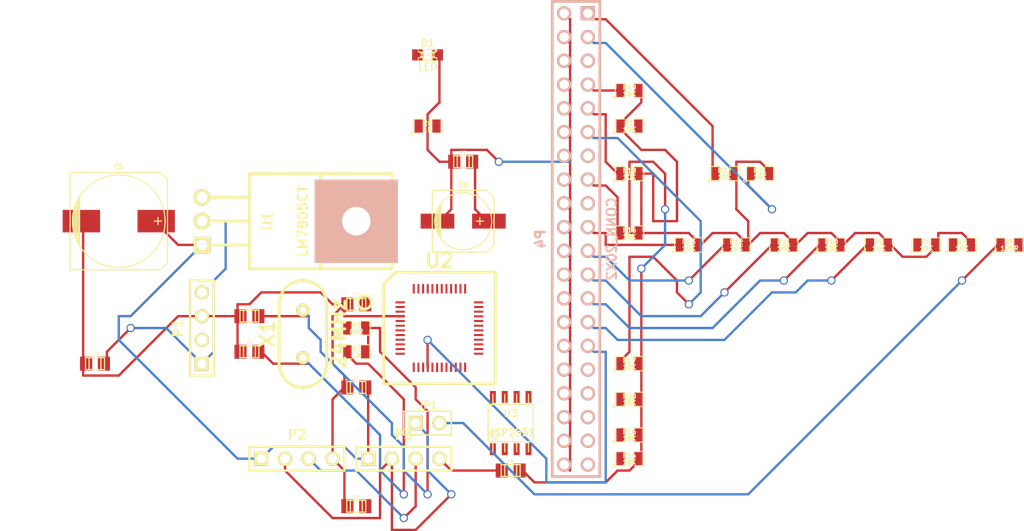
<source format=kicad_pcb>
(kicad_pcb (version 3) (host pcbnew "(2013-05-31 BZR 4019)-stable")

  (general
    (links 128)
    (no_connects 51)
    (area 213.36 99.06 323.85 156.21)
    (thickness 1.6)
    (drawings 0)
    (tracks 369)
    (zones 0)
    (modules 41)
    (nets 36)
  )

  (page A3)
  (layers
    (15 F.Cu signal)
    (0 B.Cu signal)
    (16 B.Adhes user)
    (17 F.Adhes user)
    (18 B.Paste user)
    (19 F.Paste user)
    (20 B.SilkS user)
    (21 F.SilkS user)
    (22 B.Mask user)
    (23 F.Mask user)
    (24 Dwgs.User user)
    (25 Cmts.User user)
    (26 Eco1.User user)
    (27 Eco2.User user)
    (28 Edge.Cuts user)
  )

  (setup
    (last_trace_width 0.254)
    (trace_clearance 0.254)
    (zone_clearance 0.508)
    (zone_45_only no)
    (trace_min 0.254)
    (segment_width 0.2)
    (edge_width 0.1)
    (via_size 0.889)
    (via_drill 0.635)
    (via_min_size 0.889)
    (via_min_drill 0.508)
    (uvia_size 0.508)
    (uvia_drill 0.127)
    (uvias_allowed no)
    (uvia_min_size 0.508)
    (uvia_min_drill 0.127)
    (pcb_text_width 0.3)
    (pcb_text_size 1.5 1.5)
    (mod_edge_width 0.15)
    (mod_text_size 1 1)
    (mod_text_width 0.15)
    (pad_size 1.5 1.5)
    (pad_drill 0.6)
    (pad_to_mask_clearance 0)
    (aux_axis_origin 0 0)
    (visible_elements 7FFFFFFF)
    (pcbplotparams
      (layerselection 3178497)
      (usegerberextensions true)
      (excludeedgelayer true)
      (linewidth 0.150000)
      (plotframeref false)
      (viasonmask false)
      (mode 1)
      (useauxorigin false)
      (hpglpennumber 1)
      (hpglpenspeed 20)
      (hpglpendiameter 15)
      (hpglpenoverlay 2)
      (psnegative false)
      (psa4output false)
      (plotreference true)
      (plotvalue true)
      (plotothertext true)
      (plotinvisibletext false)
      (padsonsilk false)
      (subtractmaskfromsilk false)
      (outputformat 1)
      (mirror false)
      (drillshape 1)
      (scaleselection 1)
      (outputdirectory ""))
  )

  (net 0 "")
  (net 1 /C0)
  (net 2 /C1)
  (net 3 /C10)
  (net 4 /C11)
  (net 5 /C12)
  (net 6 /C13)
  (net 7 /C14)
  (net 8 /C15)
  (net 9 /C2)
  (net 10 /C3)
  (net 11 /C4)
  (net 12 /C5)
  (net 13 /C6)
  (net 14 /C7)
  (net 15 /C8)
  (net 16 /C9)
  (net 17 /CANH)
  (net 18 /CANL)
  (net 19 /CAN_RX)
  (net 20 /CAN_TX)
  (net 21 /OSCIN)
  (net 22 /OSCOUT)
  (net 23 /OUT0)
  (net 24 /OUT1)
  (net 25 /OUT2)
  (net 26 /OUT3)
  (net 27 /OUT4)
  (net 28 /RST)
  (net 29 /SWIM)
  (net 30 /V12)
  (net 31 /Vcap)
  (net 32 /Vdd)
  (net 33 GND)
  (net 34 N-0000043)
  (net 35 N-0000050)

  (net_class Default "This is the default net class."
    (clearance 0.254)
    (trace_width 0.254)
    (via_dia 0.889)
    (via_drill 0.635)
    (uvia_dia 0.508)
    (uvia_drill 0.127)
    (add_net "")
    (add_net /C0)
    (add_net /C1)
    (add_net /C10)
    (add_net /C11)
    (add_net /C12)
    (add_net /C13)
    (add_net /C14)
    (add_net /C15)
    (add_net /C2)
    (add_net /C3)
    (add_net /C4)
    (add_net /C5)
    (add_net /C6)
    (add_net /C7)
    (add_net /C8)
    (add_net /C9)
    (add_net /CANH)
    (add_net /CANL)
    (add_net /CAN_RX)
    (add_net /CAN_TX)
    (add_net /OSCIN)
    (add_net /OSCOUT)
    (add_net /OUT0)
    (add_net /OUT1)
    (add_net /OUT2)
    (add_net /OUT3)
    (add_net /OUT4)
    (add_net /RST)
    (add_net /SWIM)
    (add_net /V12)
    (add_net /Vcap)
    (add_net /Vdd)
    (add_net GND)
    (add_net N-0000043)
    (add_net N-0000050)
  )

  (module lqfp48 (layer F.Cu) (tedit 4F309929) (tstamp 51B76544)
    (at 260.35 134.62)
    (descr lqfp48)
    (tags lqfp48)
    (path /51ACDD3B)
    (fp_text reference U2 (at 0 -7.239) (layer F.SilkS)
      (effects (font (size 1.524 1.524) (thickness 0.3048)))
    )
    (fp_text value STM8S208CBT (at 0 -1.27) (layer F.SilkS) hide
      (effects (font (size 0.127 0.127) (thickness 0.0254)))
    )
    (fp_line (start -4.699 -5.969) (end 5.969 -5.969) (layer F.SilkS) (width 0.3048))
    (fp_line (start -5.969 -4.699) (end -5.969 5.969) (layer F.SilkS) (width 0.3048))
    (fp_line (start -5.969 5.969) (end 5.969 5.969) (layer F.SilkS) (width 0.3048))
    (fp_line (start 5.969 -5.969) (end 5.969 5.969) (layer F.SilkS) (width 0.3048))
    (fp_line (start -5.969 -4.699) (end -4.699 -5.969) (layer F.SilkS) (width 0.3048))
    (fp_circle (center -8.001 -2.74828) (end -7.493 -2.24028) (layer F.SilkS) (width 0.3048))
    (pad 1 smd rect (at -4.19862 -2.74828) (size 0.99822 0.21844)
      (layers F.Cu F.Paste F.Mask)
      (net 28 /RST)
    )
    (pad 2 smd rect (at -4.19862 -2.2479) (size 0.99822 0.21844)
      (layers F.Cu F.Paste F.Mask)
      (net 21 /OSCIN)
    )
    (pad 3 smd rect (at -4.19862 -1.74752) (size 0.99822 0.21844)
      (layers F.Cu F.Paste F.Mask)
      (net 22 /OSCOUT)
    )
    (pad 4 smd rect (at -4.19862 -1.24968) (size 0.99822 0.21844)
      (layers F.Cu F.Paste F.Mask)
      (net 33 GND)
    )
    (pad 5 smd rect (at -4.19862 -0.7493) (size 0.99822 0.21844)
      (layers F.Cu F.Paste F.Mask)
      (net 33 GND)
    )
    (pad 6 smd rect (at -4.19862 -0.24892) (size 0.99822 0.21844)
      (layers F.Cu F.Paste F.Mask)
      (net 31 /Vcap)
    )
    (pad 7 smd rect (at -4.19862 0.24892) (size 0.99822 0.21844)
      (layers F.Cu F.Paste F.Mask)
      (net 32 /Vdd)
    )
    (pad 8 smd rect (at -4.19862 0.7493) (size 0.99822 0.21844)
      (layers F.Cu F.Paste F.Mask)
      (net 32 /Vdd)
    )
    (pad 9 smd rect (at -4.19862 1.24968) (size 0.99822 0.21844)
      (layers F.Cu F.Paste F.Mask)
    )
    (pad 10 smd rect (at -4.19862 1.74752) (size 0.99822 0.21844)
      (layers F.Cu F.Paste F.Mask)
    )
    (pad 11 smd rect (at -4.19862 2.2479) (size 0.99822 0.21844)
      (layers F.Cu F.Paste F.Mask)
    )
    (pad 12 smd rect (at -4.19862 2.74828) (size 0.99822 0.21844)
      (layers F.Cu F.Paste F.Mask)
    )
    (pad 13 smd rect (at -2.74828 4.19862) (size 0.21844 0.99822)
      (layers F.Cu F.Paste F.Mask)
      (net 32 /Vdd)
    )
    (pad 14 smd rect (at -2.2479 4.19862) (size 0.21844 0.99822)
      (layers F.Cu F.Paste F.Mask)
      (net 33 GND)
    )
    (pad 15 smd rect (at -1.74752 4.19862) (size 0.21844 0.99822)
      (layers F.Cu F.Paste F.Mask)
      (net 8 /C15)
    )
    (pad 16 smd rect (at -1.24968 4.19862) (size 0.21844 0.99822)
      (layers F.Cu F.Paste F.Mask)
      (net 7 /C14)
    )
    (pad 17 smd rect (at -0.7493 4.19862) (size 0.21844 0.99822)
      (layers F.Cu F.Paste F.Mask)
      (net 6 /C13)
    )
    (pad 18 smd rect (at -0.24892 4.19862) (size 0.21844 0.99822)
      (layers F.Cu F.Paste F.Mask)
      (net 5 /C12)
    )
    (pad 19 smd rect (at 0.24892 4.19862) (size 0.21844 0.99822)
      (layers F.Cu F.Paste F.Mask)
      (net 4 /C11)
    )
    (pad 20 smd rect (at 0.7493 4.19862) (size 0.21844 0.99822)
      (layers F.Cu F.Paste F.Mask)
      (net 3 /C10)
    )
    (pad 21 smd rect (at 1.24968 4.19862) (size 0.21844 0.99822)
      (layers F.Cu F.Paste F.Mask)
      (net 16 /C9)
    )
    (pad 22 smd rect (at 1.74752 4.19862) (size 0.21844 0.99822)
      (layers F.Cu F.Paste F.Mask)
      (net 15 /C8)
    )
    (pad 23 smd rect (at 2.2479 4.19862) (size 0.21844 0.99822)
      (layers F.Cu F.Paste F.Mask)
      (net 14 /C7)
    )
    (pad 24 smd rect (at 2.74828 4.19862) (size 0.21844 0.99822)
      (layers F.Cu F.Paste F.Mask)
      (net 13 /C6)
    )
    (pad 25 smd rect (at 4.19862 2.74828) (size 0.99822 0.21844)
      (layers F.Cu F.Paste F.Mask)
      (net 12 /C5)
    )
    (pad 26 smd rect (at 4.19862 2.2479) (size 0.99822 0.21844)
      (layers F.Cu F.Paste F.Mask)
      (net 11 /C4)
    )
    (pad 27 smd rect (at 4.19862 1.74752) (size 0.99822 0.21844)
      (layers F.Cu F.Paste F.Mask)
      (net 10 /C3)
    )
    (pad 28 smd rect (at 4.19862 1.24968) (size 0.99822 0.21844)
      (layers F.Cu F.Paste F.Mask)
      (net 9 /C2)
    )
    (pad 29 smd rect (at 4.19862 0.7493) (size 0.99822 0.21844)
      (layers F.Cu F.Paste F.Mask)
      (net 2 /C1)
    )
    (pad 30 smd rect (at 4.19862 0.24892) (size 0.99822 0.21844)
      (layers F.Cu F.Paste F.Mask)
      (net 1 /C0)
    )
    (pad 31 smd rect (at 4.19862 -0.24892) (size 0.99822 0.21844)
      (layers F.Cu F.Paste F.Mask)
      (net 33 GND)
    )
    (pad 32 smd rect (at 4.19862 -0.7493) (size 0.99822 0.21844)
      (layers F.Cu F.Paste F.Mask)
      (net 32 /Vdd)
    )
    (pad 33 smd rect (at 4.19862 -1.24968) (size 0.99822 0.21844)
      (layers F.Cu F.Paste F.Mask)
    )
    (pad 34 smd rect (at 4.19862 -1.74752) (size 0.99822 0.21844)
      (layers F.Cu F.Paste F.Mask)
    )
    (pad 35 smd rect (at 4.19862 -2.2479) (size 0.99822 0.21844)
      (layers F.Cu F.Paste F.Mask)
      (net 20 /CAN_TX)
    )
    (pad 36 smd rect (at 4.19862 -2.74828) (size 0.99822 0.21844)
      (layers F.Cu F.Paste F.Mask)
      (net 19 /CAN_RX)
    )
    (pad 37 smd rect (at 2.74828 -4.19862) (size 0.21844 0.99822)
      (layers F.Cu F.Paste F.Mask)
    )
    (pad 38 smd rect (at 2.2479 -4.19862) (size 0.21844 0.99822)
      (layers F.Cu F.Paste F.Mask)
    )
    (pad 39 smd rect (at 1.74752 -4.19862) (size 0.21844 0.99822)
      (layers F.Cu F.Paste F.Mask)
    )
    (pad 40 smd rect (at 1.24968 -4.19862) (size 0.21844 0.99822)
      (layers F.Cu F.Paste F.Mask)
    )
    (pad 41 smd rect (at 0.7493 -4.19862) (size 0.21844 0.99822)
      (layers F.Cu F.Paste F.Mask)
    )
    (pad 42 smd rect (at 0.24892 -4.19862) (size 0.21844 0.99822)
      (layers F.Cu F.Paste F.Mask)
      (net 29 /SWIM)
    )
    (pad 43 smd rect (at -0.24892 -4.19862) (size 0.21844 0.99822)
      (layers F.Cu F.Paste F.Mask)
    )
    (pad 44 smd rect (at -0.7493 -4.19862) (size 0.21844 0.99822)
      (layers F.Cu F.Paste F.Mask)
      (net 23 /OUT0)
    )
    (pad 45 smd rect (at -1.24968 -4.19862) (size 0.21844 0.99822)
      (layers F.Cu F.Paste F.Mask)
      (net 24 /OUT1)
    )
    (pad 46 smd rect (at -1.74752 -4.19862) (size 0.21844 0.99822)
      (layers F.Cu F.Paste F.Mask)
      (net 25 /OUT2)
    )
    (pad 47 smd rect (at -2.2479 -4.19862) (size 0.21844 0.99822)
      (layers F.Cu F.Paste F.Mask)
      (net 26 /OUT3)
    )
    (pad 48 smd rect (at -2.74828 -4.19862) (size 0.21844 0.99822)
      (layers F.Cu F.Paste F.Mask)
      (net 27 /OUT4)
    )
  )

  (module TO220 (layer F.Cu) (tedit 200000) (tstamp 51B76691)
    (at 234.95 123.19)
    (descr "Transistor TO 220")
    (tags "TR TO220 DEV")
    (path /51ACDE53)
    (fp_text reference U1 (at 6.985 0 90) (layer F.SilkS)
      (effects (font (size 1.016 1.016) (thickness 0.2032)))
    )
    (fp_text value LM7805CT (at 10.795 0 90) (layer F.SilkS)
      (effects (font (size 1.016 1.016) (thickness 0.2032)))
    )
    (fp_line (start 0 -2.54) (end 5.08 -2.54) (layer F.SilkS) (width 0.3048))
    (fp_line (start 0 0) (end 5.08 0) (layer F.SilkS) (width 0.3048))
    (fp_line (start 0 2.54) (end 5.08 2.54) (layer F.SilkS) (width 0.3048))
    (fp_line (start 5.08 5.08) (end 20.32 5.08) (layer F.SilkS) (width 0.3048))
    (fp_line (start 20.32 5.08) (end 20.32 -5.08) (layer F.SilkS) (width 0.3048))
    (fp_line (start 20.32 -5.08) (end 5.08 -5.08) (layer F.SilkS) (width 0.3048))
    (fp_line (start 5.08 -5.08) (end 5.08 5.08) (layer F.SilkS) (width 0.3048))
    (fp_line (start 12.7 3.81) (end 12.7 -5.08) (layer F.SilkS) (width 0.3048))
    (fp_line (start 12.7 3.81) (end 12.7 5.08) (layer F.SilkS) (width 0.3048))
    (pad 1 thru_hole rect (at 0 2.54) (size 1.778 1.778) (drill 1.143)
      (layers *.Cu *.Mask F.SilkS)
      (net 30 /V12)
    )
    (pad 2 thru_hole circle (at 0 -2.54) (size 1.778 1.778) (drill 1.143)
      (layers *.Cu *.Mask F.SilkS)
    )
    (pad 3 thru_hole circle (at 0 0) (size 1.778 1.778) (drill 1.143)
      (layers *.Cu *.Mask F.SilkS)
      (net 32 /Vdd)
    )
    (pad 4 thru_hole rect (at 16.51 0) (size 8.89 8.89) (drill 3.048)
      (layers *.Cu *.SilkS *.Mask)
    )
    (model discret/to220_horiz.wrl
      (at (xyz 0 0 0))
      (scale (xyz 1 1 1))
      (rotate (xyz 0 0 0))
    )
  )

  (module so-8 (layer F.Cu) (tedit 48A6C16E) (tstamp 51B766AA)
    (at 267.97 144.78)
    (descr SO-8)
    (path /51AE3E11)
    (attr smd)
    (fp_text reference U3 (at 0 -1.016) (layer F.SilkS)
      (effects (font (size 0.7493 0.7493) (thickness 0.14986)))
    )
    (fp_text value MCP2551 (at 0 1.016) (layer F.SilkS)
      (effects (font (size 0.7493 0.7493) (thickness 0.14986)))
    )
    (fp_line (start -2.413 -1.9812) (end -2.413 1.9812) (layer F.SilkS) (width 0.127))
    (fp_line (start -2.413 1.9812) (end 2.413 1.9812) (layer F.SilkS) (width 0.127))
    (fp_line (start 2.413 1.9812) (end 2.413 -1.9812) (layer F.SilkS) (width 0.127))
    (fp_line (start 2.413 -1.9812) (end -2.413 -1.9812) (layer F.SilkS) (width 0.127))
    (fp_line (start -1.905 -1.9812) (end -1.905 -3.0734) (layer F.SilkS) (width 0.127))
    (fp_line (start -0.635 -1.9812) (end -0.635 -3.0734) (layer F.SilkS) (width 0.127))
    (fp_line (start 0.635 -1.9812) (end 0.635 -3.0734) (layer F.SilkS) (width 0.127))
    (fp_line (start 1.905 -3.0734) (end 1.905 -1.9812) (layer F.SilkS) (width 0.127))
    (fp_line (start 1.905 1.9812) (end 1.905 3.0734) (layer F.SilkS) (width 0.127))
    (fp_line (start 0.635 3.0734) (end 0.635 1.9812) (layer F.SilkS) (width 0.127))
    (fp_line (start -0.635 3.0734) (end -0.635 1.9812) (layer F.SilkS) (width 0.127))
    (fp_line (start -1.905 3.0734) (end -1.905 1.9812) (layer F.SilkS) (width 0.127))
    (fp_circle (center -1.6764 1.2446) (end -1.9558 1.6256) (layer F.SilkS) (width 0.127))
    (pad 1 smd rect (at -1.905 2.794) (size 0.635 1.27)
      (layers F.Cu F.Paste F.Mask)
      (net 20 /CAN_TX)
    )
    (pad 2 smd rect (at -0.635 2.794) (size 0.635 1.27)
      (layers F.Cu F.Paste F.Mask)
      (net 33 GND)
    )
    (pad 3 smd rect (at 0.635 2.794) (size 0.635 1.27)
      (layers F.Cu F.Paste F.Mask)
      (net 32 /Vdd)
    )
    (pad 4 smd rect (at 1.905 2.794) (size 0.635 1.27)
      (layers F.Cu F.Paste F.Mask)
      (net 19 /CAN_RX)
    )
    (pad 5 smd rect (at 1.905 -2.794) (size 0.635 1.27)
      (layers F.Cu F.Paste F.Mask)
    )
    (pad 6 smd rect (at 0.635 -2.794) (size 0.635 1.27)
      (layers F.Cu F.Paste F.Mask)
      (net 18 /CANL)
    )
    (pad 7 smd rect (at -0.635 -2.794) (size 0.635 1.27)
      (layers F.Cu F.Paste F.Mask)
      (net 17 /CANH)
    )
    (pad 8 smd rect (at -1.905 -2.794) (size 0.635 1.27)
      (layers F.Cu F.Paste F.Mask)
      (net 33 GND)
    )
    (model smd/smd_dil/so-8.wrl
      (at (xyz 0 0 0))
      (scale (xyz 1 1 1))
      (rotate (xyz 0 0 0))
    )
  )

  (module SM0805 (layer F.Cu) (tedit 5091495C) (tstamp 51BC6563)
    (at 280.67 148.59)
    (path /51AE4E1B)
    (attr smd)
    (fp_text reference R14 (at 0 -0.3175) (layer F.SilkS)
      (effects (font (size 0.50038 0.50038) (thickness 0.10922)))
    )
    (fp_text value 10K (at 0 0.381) (layer F.SilkS)
      (effects (font (size 0.50038 0.50038) (thickness 0.10922)))
    )
    (fp_circle (center -1.651 0.762) (end -1.651 0.635) (layer F.SilkS) (width 0.09906))
    (fp_line (start -0.508 0.762) (end -1.524 0.762) (layer F.SilkS) (width 0.09906))
    (fp_line (start -1.524 0.762) (end -1.524 -0.762) (layer F.SilkS) (width 0.09906))
    (fp_line (start -1.524 -0.762) (end -0.508 -0.762) (layer F.SilkS) (width 0.09906))
    (fp_line (start 0.508 -0.762) (end 1.524 -0.762) (layer F.SilkS) (width 0.09906))
    (fp_line (start 1.524 -0.762) (end 1.524 0.762) (layer F.SilkS) (width 0.09906))
    (fp_line (start 1.524 0.762) (end 0.508 0.762) (layer F.SilkS) (width 0.09906))
    (pad 1 smd rect (at -0.9525 0) (size 0.889 1.397)
      (layers F.Cu F.Paste F.Mask)
      (net 15 /C8)
    )
    (pad 2 smd rect (at 0.9525 0) (size 0.889 1.397)
      (layers F.Cu F.Paste F.Mask)
      (net 32 /Vdd)
    )
    (model smd/chip_cms.wrl
      (at (xyz 0 0 0))
      (scale (xyz 0.1 0.1 0.1))
      (rotate (xyz 0 0 0))
    )
  )

  (module SM0805 (layer F.Cu) (tedit 5091495C) (tstamp 51BC6570)
    (at 287.02 125.73)
    (path /51AE4E15)
    (attr smd)
    (fp_text reference R13 (at 0 -0.3175) (layer F.SilkS)
      (effects (font (size 0.50038 0.50038) (thickness 0.10922)))
    )
    (fp_text value 10K (at 0 0.381) (layer F.SilkS)
      (effects (font (size 0.50038 0.50038) (thickness 0.10922)))
    )
    (fp_circle (center -1.651 0.762) (end -1.651 0.635) (layer F.SilkS) (width 0.09906))
    (fp_line (start -0.508 0.762) (end -1.524 0.762) (layer F.SilkS) (width 0.09906))
    (fp_line (start -1.524 0.762) (end -1.524 -0.762) (layer F.SilkS) (width 0.09906))
    (fp_line (start -1.524 -0.762) (end -0.508 -0.762) (layer F.SilkS) (width 0.09906))
    (fp_line (start 0.508 -0.762) (end 1.524 -0.762) (layer F.SilkS) (width 0.09906))
    (fp_line (start 1.524 -0.762) (end 1.524 0.762) (layer F.SilkS) (width 0.09906))
    (fp_line (start 1.524 0.762) (end 0.508 0.762) (layer F.SilkS) (width 0.09906))
    (pad 1 smd rect (at -0.9525 0) (size 0.889 1.397)
      (layers F.Cu F.Paste F.Mask)
      (net 16 /C9)
    )
    (pad 2 smd rect (at 0.9525 0) (size 0.889 1.397)
      (layers F.Cu F.Paste F.Mask)
      (net 32 /Vdd)
    )
    (model smd/chip_cms.wrl
      (at (xyz 0 0 0))
      (scale (xyz 0.1 0.1 0.1))
      (rotate (xyz 0 0 0))
    )
  )

  (module SM0805 (layer F.Cu) (tedit 5091495C) (tstamp 51BC657D)
    (at 292.1 125.73)
    (path /51AE4E0F)
    (attr smd)
    (fp_text reference R12 (at 0 -0.3175) (layer F.SilkS)
      (effects (font (size 0.50038 0.50038) (thickness 0.10922)))
    )
    (fp_text value 10K (at 0 0.381) (layer F.SilkS)
      (effects (font (size 0.50038 0.50038) (thickness 0.10922)))
    )
    (fp_circle (center -1.651 0.762) (end -1.651 0.635) (layer F.SilkS) (width 0.09906))
    (fp_line (start -0.508 0.762) (end -1.524 0.762) (layer F.SilkS) (width 0.09906))
    (fp_line (start -1.524 0.762) (end -1.524 -0.762) (layer F.SilkS) (width 0.09906))
    (fp_line (start -1.524 -0.762) (end -0.508 -0.762) (layer F.SilkS) (width 0.09906))
    (fp_line (start 0.508 -0.762) (end 1.524 -0.762) (layer F.SilkS) (width 0.09906))
    (fp_line (start 1.524 -0.762) (end 1.524 0.762) (layer F.SilkS) (width 0.09906))
    (fp_line (start 1.524 0.762) (end 0.508 0.762) (layer F.SilkS) (width 0.09906))
    (pad 1 smd rect (at -0.9525 0) (size 0.889 1.397)
      (layers F.Cu F.Paste F.Mask)
      (net 3 /C10)
    )
    (pad 2 smd rect (at 0.9525 0) (size 0.889 1.397)
      (layers F.Cu F.Paste F.Mask)
      (net 32 /Vdd)
    )
    (model smd/chip_cms.wrl
      (at (xyz 0 0 0))
      (scale (xyz 0.1 0.1 0.1))
      (rotate (xyz 0 0 0))
    )
  )

  (module SM0805 (layer F.Cu) (tedit 5091495C) (tstamp 51BC658A)
    (at 297.18 125.73)
    (path /51AE4E09)
    (attr smd)
    (fp_text reference R11 (at 0 -0.3175) (layer F.SilkS)
      (effects (font (size 0.50038 0.50038) (thickness 0.10922)))
    )
    (fp_text value 10K (at 0 0.381) (layer F.SilkS)
      (effects (font (size 0.50038 0.50038) (thickness 0.10922)))
    )
    (fp_circle (center -1.651 0.762) (end -1.651 0.635) (layer F.SilkS) (width 0.09906))
    (fp_line (start -0.508 0.762) (end -1.524 0.762) (layer F.SilkS) (width 0.09906))
    (fp_line (start -1.524 0.762) (end -1.524 -0.762) (layer F.SilkS) (width 0.09906))
    (fp_line (start -1.524 -0.762) (end -0.508 -0.762) (layer F.SilkS) (width 0.09906))
    (fp_line (start 0.508 -0.762) (end 1.524 -0.762) (layer F.SilkS) (width 0.09906))
    (fp_line (start 1.524 -0.762) (end 1.524 0.762) (layer F.SilkS) (width 0.09906))
    (fp_line (start 1.524 0.762) (end 0.508 0.762) (layer F.SilkS) (width 0.09906))
    (pad 1 smd rect (at -0.9525 0) (size 0.889 1.397)
      (layers F.Cu F.Paste F.Mask)
      (net 4 /C11)
    )
    (pad 2 smd rect (at 0.9525 0) (size 0.889 1.397)
      (layers F.Cu F.Paste F.Mask)
      (net 32 /Vdd)
    )
    (model smd/chip_cms.wrl
      (at (xyz 0 0 0))
      (scale (xyz 0.1 0.1 0.1))
      (rotate (xyz 0 0 0))
    )
  )

  (module SM0805 (layer F.Cu) (tedit 5091495C) (tstamp 51BC6597)
    (at 302.26 125.73)
    (path /51AE4E03)
    (attr smd)
    (fp_text reference R10 (at 0 -0.3175) (layer F.SilkS)
      (effects (font (size 0.50038 0.50038) (thickness 0.10922)))
    )
    (fp_text value 10K (at 0 0.381) (layer F.SilkS)
      (effects (font (size 0.50038 0.50038) (thickness 0.10922)))
    )
    (fp_circle (center -1.651 0.762) (end -1.651 0.635) (layer F.SilkS) (width 0.09906))
    (fp_line (start -0.508 0.762) (end -1.524 0.762) (layer F.SilkS) (width 0.09906))
    (fp_line (start -1.524 0.762) (end -1.524 -0.762) (layer F.SilkS) (width 0.09906))
    (fp_line (start -1.524 -0.762) (end -0.508 -0.762) (layer F.SilkS) (width 0.09906))
    (fp_line (start 0.508 -0.762) (end 1.524 -0.762) (layer F.SilkS) (width 0.09906))
    (fp_line (start 1.524 -0.762) (end 1.524 0.762) (layer F.SilkS) (width 0.09906))
    (fp_line (start 1.524 0.762) (end 0.508 0.762) (layer F.SilkS) (width 0.09906))
    (pad 1 smd rect (at -0.9525 0) (size 0.889 1.397)
      (layers F.Cu F.Paste F.Mask)
      (net 5 /C12)
    )
    (pad 2 smd rect (at 0.9525 0) (size 0.889 1.397)
      (layers F.Cu F.Paste F.Mask)
      (net 32 /Vdd)
    )
    (model smd/chip_cms.wrl
      (at (xyz 0 0 0))
      (scale (xyz 0.1 0.1 0.1))
      (rotate (xyz 0 0 0))
    )
  )

  (module SM0805 (layer F.Cu) (tedit 5091495C) (tstamp 51BC65A4)
    (at 307.34 125.73)
    (path /51AE4DFD)
    (attr smd)
    (fp_text reference R9 (at 0 -0.3175) (layer F.SilkS)
      (effects (font (size 0.50038 0.50038) (thickness 0.10922)))
    )
    (fp_text value 10K (at 0 0.381) (layer F.SilkS)
      (effects (font (size 0.50038 0.50038) (thickness 0.10922)))
    )
    (fp_circle (center -1.651 0.762) (end -1.651 0.635) (layer F.SilkS) (width 0.09906))
    (fp_line (start -0.508 0.762) (end -1.524 0.762) (layer F.SilkS) (width 0.09906))
    (fp_line (start -1.524 0.762) (end -1.524 -0.762) (layer F.SilkS) (width 0.09906))
    (fp_line (start -1.524 -0.762) (end -0.508 -0.762) (layer F.SilkS) (width 0.09906))
    (fp_line (start 0.508 -0.762) (end 1.524 -0.762) (layer F.SilkS) (width 0.09906))
    (fp_line (start 1.524 -0.762) (end 1.524 0.762) (layer F.SilkS) (width 0.09906))
    (fp_line (start 1.524 0.762) (end 0.508 0.762) (layer F.SilkS) (width 0.09906))
    (pad 1 smd rect (at -0.9525 0) (size 0.889 1.397)
      (layers F.Cu F.Paste F.Mask)
      (net 6 /C13)
    )
    (pad 2 smd rect (at 0.9525 0) (size 0.889 1.397)
      (layers F.Cu F.Paste F.Mask)
      (net 32 /Vdd)
    )
    (model smd/chip_cms.wrl
      (at (xyz 0 0 0))
      (scale (xyz 0.1 0.1 0.1))
      (rotate (xyz 0 0 0))
    )
  )

  (module SM0805 (layer F.Cu) (tedit 5091495C) (tstamp 51BC65B1)
    (at 312.42 125.73)
    (path /51AE4DF7)
    (attr smd)
    (fp_text reference R8 (at 0 -0.3175) (layer F.SilkS)
      (effects (font (size 0.50038 0.50038) (thickness 0.10922)))
    )
    (fp_text value 10K (at 0 0.381) (layer F.SilkS)
      (effects (font (size 0.50038 0.50038) (thickness 0.10922)))
    )
    (fp_circle (center -1.651 0.762) (end -1.651 0.635) (layer F.SilkS) (width 0.09906))
    (fp_line (start -0.508 0.762) (end -1.524 0.762) (layer F.SilkS) (width 0.09906))
    (fp_line (start -1.524 0.762) (end -1.524 -0.762) (layer F.SilkS) (width 0.09906))
    (fp_line (start -1.524 -0.762) (end -0.508 -0.762) (layer F.SilkS) (width 0.09906))
    (fp_line (start 0.508 -0.762) (end 1.524 -0.762) (layer F.SilkS) (width 0.09906))
    (fp_line (start 1.524 -0.762) (end 1.524 0.762) (layer F.SilkS) (width 0.09906))
    (fp_line (start 1.524 0.762) (end 0.508 0.762) (layer F.SilkS) (width 0.09906))
    (pad 1 smd rect (at -0.9525 0) (size 0.889 1.397)
      (layers F.Cu F.Paste F.Mask)
      (net 7 /C14)
    )
    (pad 2 smd rect (at 0.9525 0) (size 0.889 1.397)
      (layers F.Cu F.Paste F.Mask)
      (net 32 /Vdd)
    )
    (model smd/chip_cms.wrl
      (at (xyz 0 0 0))
      (scale (xyz 0.1 0.1 0.1))
      (rotate (xyz 0 0 0))
    )
  )

  (module SM0805 (layer F.Cu) (tedit 5091495C) (tstamp 51BC65BE)
    (at 316.23 125.73)
    (path /51AE4A3E)
    (attr smd)
    (fp_text reference R7 (at 0 -0.3175) (layer F.SilkS)
      (effects (font (size 0.50038 0.50038) (thickness 0.10922)))
    )
    (fp_text value 10K (at 0 0.381) (layer F.SilkS)
      (effects (font (size 0.50038 0.50038) (thickness 0.10922)))
    )
    (fp_circle (center -1.651 0.762) (end -1.651 0.635) (layer F.SilkS) (width 0.09906))
    (fp_line (start -0.508 0.762) (end -1.524 0.762) (layer F.SilkS) (width 0.09906))
    (fp_line (start -1.524 0.762) (end -1.524 -0.762) (layer F.SilkS) (width 0.09906))
    (fp_line (start -1.524 -0.762) (end -0.508 -0.762) (layer F.SilkS) (width 0.09906))
    (fp_line (start 0.508 -0.762) (end 1.524 -0.762) (layer F.SilkS) (width 0.09906))
    (fp_line (start 1.524 -0.762) (end 1.524 0.762) (layer F.SilkS) (width 0.09906))
    (fp_line (start 1.524 0.762) (end 0.508 0.762) (layer F.SilkS) (width 0.09906))
    (pad 1 smd rect (at -0.9525 0) (size 0.889 1.397)
      (layers F.Cu F.Paste F.Mask)
      (net 8 /C15)
    )
    (pad 2 smd rect (at 0.9525 0) (size 0.889 1.397)
      (layers F.Cu F.Paste F.Mask)
      (net 32 /Vdd)
    )
    (model smd/chip_cms.wrl
      (at (xyz 0 0 0))
      (scale (xyz 0.1 0.1 0.1))
      (rotate (xyz 0 0 0))
    )
  )

  (module SM0805 (layer F.Cu) (tedit 5091495C) (tstamp 51BC65CB)
    (at 321.31 125.73)
    (path /51AE4209)
    (attr smd)
    (fp_text reference R5 (at 0 -0.3175) (layer F.SilkS)
      (effects (font (size 0.50038 0.50038) (thickness 0.10922)))
    )
    (fp_text value 120R (at 0 0.381) (layer F.SilkS)
      (effects (font (size 0.50038 0.50038) (thickness 0.10922)))
    )
    (fp_circle (center -1.651 0.762) (end -1.651 0.635) (layer F.SilkS) (width 0.09906))
    (fp_line (start -0.508 0.762) (end -1.524 0.762) (layer F.SilkS) (width 0.09906))
    (fp_line (start -1.524 0.762) (end -1.524 -0.762) (layer F.SilkS) (width 0.09906))
    (fp_line (start -1.524 -0.762) (end -0.508 -0.762) (layer F.SilkS) (width 0.09906))
    (fp_line (start 0.508 -0.762) (end 1.524 -0.762) (layer F.SilkS) (width 0.09906))
    (fp_line (start 1.524 -0.762) (end 1.524 0.762) (layer F.SilkS) (width 0.09906))
    (fp_line (start 1.524 0.762) (end 0.508 0.762) (layer F.SilkS) (width 0.09906))
    (pad 1 smd rect (at -0.9525 0) (size 0.889 1.397)
      (layers F.Cu F.Paste F.Mask)
      (net 35 N-0000050)
    )
    (pad 2 smd rect (at 0.9525 0) (size 0.889 1.397)
      (layers F.Cu F.Paste F.Mask)
      (net 17 /CANH)
    )
    (model smd/chip_cms.wrl
      (at (xyz 0 0 0))
      (scale (xyz 0.1 0.1 0.1))
      (rotate (xyz 0 0 0))
    )
  )

  (module SM0805 (layer F.Cu) (tedit 5091495C) (tstamp 51BC65D8)
    (at 280.67 124.46)
    (path /51AE4E21)
    (attr smd)
    (fp_text reference R15 (at 0 -0.3175) (layer F.SilkS)
      (effects (font (size 0.50038 0.50038) (thickness 0.10922)))
    )
    (fp_text value 10K (at 0 0.381) (layer F.SilkS)
      (effects (font (size 0.50038 0.50038) (thickness 0.10922)))
    )
    (fp_circle (center -1.651 0.762) (end -1.651 0.635) (layer F.SilkS) (width 0.09906))
    (fp_line (start -0.508 0.762) (end -1.524 0.762) (layer F.SilkS) (width 0.09906))
    (fp_line (start -1.524 0.762) (end -1.524 -0.762) (layer F.SilkS) (width 0.09906))
    (fp_line (start -1.524 -0.762) (end -0.508 -0.762) (layer F.SilkS) (width 0.09906))
    (fp_line (start 0.508 -0.762) (end 1.524 -0.762) (layer F.SilkS) (width 0.09906))
    (fp_line (start 1.524 -0.762) (end 1.524 0.762) (layer F.SilkS) (width 0.09906))
    (fp_line (start 1.524 0.762) (end 0.508 0.762) (layer F.SilkS) (width 0.09906))
    (pad 1 smd rect (at -0.9525 0) (size 0.889 1.397)
      (layers F.Cu F.Paste F.Mask)
      (net 14 /C7)
    )
    (pad 2 smd rect (at 0.9525 0) (size 0.889 1.397)
      (layers F.Cu F.Paste F.Mask)
      (net 32 /Vdd)
    )
    (model smd/chip_cms.wrl
      (at (xyz 0 0 0))
      (scale (xyz 0.1 0.1 0.1))
      (rotate (xyz 0 0 0))
    )
  )

  (module SM0805 (layer F.Cu) (tedit 5091495C) (tstamp 51BC65E5)
    (at 280.67 146.05)
    (path /51AE4E27)
    (attr smd)
    (fp_text reference R16 (at 0 -0.3175) (layer F.SilkS)
      (effects (font (size 0.50038 0.50038) (thickness 0.10922)))
    )
    (fp_text value 10K (at 0 0.381) (layer F.SilkS)
      (effects (font (size 0.50038 0.50038) (thickness 0.10922)))
    )
    (fp_circle (center -1.651 0.762) (end -1.651 0.635) (layer F.SilkS) (width 0.09906))
    (fp_line (start -0.508 0.762) (end -1.524 0.762) (layer F.SilkS) (width 0.09906))
    (fp_line (start -1.524 0.762) (end -1.524 -0.762) (layer F.SilkS) (width 0.09906))
    (fp_line (start -1.524 -0.762) (end -0.508 -0.762) (layer F.SilkS) (width 0.09906))
    (fp_line (start 0.508 -0.762) (end 1.524 -0.762) (layer F.SilkS) (width 0.09906))
    (fp_line (start 1.524 -0.762) (end 1.524 0.762) (layer F.SilkS) (width 0.09906))
    (fp_line (start 1.524 0.762) (end 0.508 0.762) (layer F.SilkS) (width 0.09906))
    (pad 1 smd rect (at -0.9525 0) (size 0.889 1.397)
      (layers F.Cu F.Paste F.Mask)
      (net 13 /C6)
    )
    (pad 2 smd rect (at 0.9525 0) (size 0.889 1.397)
      (layers F.Cu F.Paste F.Mask)
      (net 32 /Vdd)
    )
    (model smd/chip_cms.wrl
      (at (xyz 0 0 0))
      (scale (xyz 0.1 0.1 0.1))
      (rotate (xyz 0 0 0))
    )
  )

  (module SM0805 (layer F.Cu) (tedit 5091495C) (tstamp 51BC65F2)
    (at 280.67 138.43)
    (path /51AE4E2D)
    (attr smd)
    (fp_text reference R17 (at 0 -0.3175) (layer F.SilkS)
      (effects (font (size 0.50038 0.50038) (thickness 0.10922)))
    )
    (fp_text value 10K (at 0 0.381) (layer F.SilkS)
      (effects (font (size 0.50038 0.50038) (thickness 0.10922)))
    )
    (fp_circle (center -1.651 0.762) (end -1.651 0.635) (layer F.SilkS) (width 0.09906))
    (fp_line (start -0.508 0.762) (end -1.524 0.762) (layer F.SilkS) (width 0.09906))
    (fp_line (start -1.524 0.762) (end -1.524 -0.762) (layer F.SilkS) (width 0.09906))
    (fp_line (start -1.524 -0.762) (end -0.508 -0.762) (layer F.SilkS) (width 0.09906))
    (fp_line (start 0.508 -0.762) (end 1.524 -0.762) (layer F.SilkS) (width 0.09906))
    (fp_line (start 1.524 -0.762) (end 1.524 0.762) (layer F.SilkS) (width 0.09906))
    (fp_line (start 1.524 0.762) (end 0.508 0.762) (layer F.SilkS) (width 0.09906))
    (pad 1 smd rect (at -0.9525 0) (size 0.889 1.397)
      (layers F.Cu F.Paste F.Mask)
      (net 12 /C5)
    )
    (pad 2 smd rect (at 0.9525 0) (size 0.889 1.397)
      (layers F.Cu F.Paste F.Mask)
      (net 32 /Vdd)
    )
    (model smd/chip_cms.wrl
      (at (xyz 0 0 0))
      (scale (xyz 0.1 0.1 0.1))
      (rotate (xyz 0 0 0))
    )
  )

  (module SM0805 (layer F.Cu) (tedit 5091495C) (tstamp 51BC65FF)
    (at 280.67 113.03)
    (path /51AE34E1)
    (attr smd)
    (fp_text reference R1 (at 0 -0.3175) (layer F.SilkS)
      (effects (font (size 0.50038 0.50038) (thickness 0.10922)))
    )
    (fp_text value 10K (at 0 0.381) (layer F.SilkS)
      (effects (font (size 0.50038 0.50038) (thickness 0.10922)))
    )
    (fp_circle (center -1.651 0.762) (end -1.651 0.635) (layer F.SilkS) (width 0.09906))
    (fp_line (start -0.508 0.762) (end -1.524 0.762) (layer F.SilkS) (width 0.09906))
    (fp_line (start -1.524 0.762) (end -1.524 -0.762) (layer F.SilkS) (width 0.09906))
    (fp_line (start -1.524 -0.762) (end -0.508 -0.762) (layer F.SilkS) (width 0.09906))
    (fp_line (start 0.508 -0.762) (end 1.524 -0.762) (layer F.SilkS) (width 0.09906))
    (fp_line (start 1.524 -0.762) (end 1.524 0.762) (layer F.SilkS) (width 0.09906))
    (fp_line (start 1.524 0.762) (end 0.508 0.762) (layer F.SilkS) (width 0.09906))
    (pad 1 smd rect (at -0.9525 0) (size 0.889 1.397)
      (layers F.Cu F.Paste F.Mask)
      (net 32 /Vdd)
    )
    (pad 2 smd rect (at 0.9525 0) (size 0.889 1.397)
      (layers F.Cu F.Paste F.Mask)
      (net 28 /RST)
    )
    (model smd/chip_cms.wrl
      (at (xyz 0 0 0))
      (scale (xyz 0.1 0.1 0.1))
      (rotate (xyz 0 0 0))
    )
  )

  (module SM0805 (layer F.Cu) (tedit 5091495C) (tstamp 51BC660C)
    (at 251.46 134.62)
    (path /51AE33B9)
    (attr smd)
    (fp_text reference R3 (at 0 -0.3175) (layer F.SilkS)
      (effects (font (size 0.50038 0.50038) (thickness 0.10922)))
    )
    (fp_text value 68R (at 0 0.381) (layer F.SilkS)
      (effects (font (size 0.50038 0.50038) (thickness 0.10922)))
    )
    (fp_circle (center -1.651 0.762) (end -1.651 0.635) (layer F.SilkS) (width 0.09906))
    (fp_line (start -0.508 0.762) (end -1.524 0.762) (layer F.SilkS) (width 0.09906))
    (fp_line (start -1.524 0.762) (end -1.524 -0.762) (layer F.SilkS) (width 0.09906))
    (fp_line (start -1.524 -0.762) (end -0.508 -0.762) (layer F.SilkS) (width 0.09906))
    (fp_line (start 0.508 -0.762) (end 1.524 -0.762) (layer F.SilkS) (width 0.09906))
    (fp_line (start 1.524 -0.762) (end 1.524 0.762) (layer F.SilkS) (width 0.09906))
    (fp_line (start 1.524 0.762) (end 0.508 0.762) (layer F.SilkS) (width 0.09906))
    (pad 1 smd rect (at -0.9525 0) (size 0.889 1.397)
      (layers F.Cu F.Paste F.Mask)
      (net 22 /OSCOUT)
    )
    (pad 2 smd rect (at 0.9525 0) (size 0.889 1.397)
      (layers F.Cu F.Paste F.Mask)
      (net 34 N-0000043)
    )
    (model smd/chip_cms.wrl
      (at (xyz 0 0 0))
      (scale (xyz 0.1 0.1 0.1))
      (rotate (xyz 0 0 0))
    )
  )

  (module SM0805 (layer F.Cu) (tedit 5091495C) (tstamp 51BC6619)
    (at 251.46 137.16)
    (path /51AE33AA)
    (attr smd)
    (fp_text reference R2 (at 0 -0.3175) (layer F.SilkS)
      (effects (font (size 0.50038 0.50038) (thickness 0.10922)))
    )
    (fp_text value 1M (at 0 0.381) (layer F.SilkS)
      (effects (font (size 0.50038 0.50038) (thickness 0.10922)))
    )
    (fp_circle (center -1.651 0.762) (end -1.651 0.635) (layer F.SilkS) (width 0.09906))
    (fp_line (start -0.508 0.762) (end -1.524 0.762) (layer F.SilkS) (width 0.09906))
    (fp_line (start -1.524 0.762) (end -1.524 -0.762) (layer F.SilkS) (width 0.09906))
    (fp_line (start -1.524 -0.762) (end -0.508 -0.762) (layer F.SilkS) (width 0.09906))
    (fp_line (start 0.508 -0.762) (end 1.524 -0.762) (layer F.SilkS) (width 0.09906))
    (fp_line (start 1.524 -0.762) (end 1.524 0.762) (layer F.SilkS) (width 0.09906))
    (fp_line (start 1.524 0.762) (end 0.508 0.762) (layer F.SilkS) (width 0.09906))
    (pad 1 smd rect (at -0.9525 0) (size 0.889 1.397)
      (layers F.Cu F.Paste F.Mask)
      (net 21 /OSCIN)
    )
    (pad 2 smd rect (at 0.9525 0) (size 0.889 1.397)
      (layers F.Cu F.Paste F.Mask)
      (net 34 N-0000043)
    )
    (model smd/chip_cms.wrl
      (at (xyz 0 0 0))
      (scale (xyz 0.1 0.1 0.1))
      (rotate (xyz 0 0 0))
    )
  )

  (module SM0805 (layer F.Cu) (tedit 5091495C) (tstamp 51BC6626)
    (at 280.67 118.11)
    (path /51AE5180)
    (attr smd)
    (fp_text reference R18 (at 0 -0.3175) (layer F.SilkS)
      (effects (font (size 0.50038 0.50038) (thickness 0.10922)))
    )
    (fp_text value 10K (at 0 0.381) (layer F.SilkS)
      (effects (font (size 0.50038 0.50038) (thickness 0.10922)))
    )
    (fp_circle (center -1.651 0.762) (end -1.651 0.635) (layer F.SilkS) (width 0.09906))
    (fp_line (start -0.508 0.762) (end -1.524 0.762) (layer F.SilkS) (width 0.09906))
    (fp_line (start -1.524 0.762) (end -1.524 -0.762) (layer F.SilkS) (width 0.09906))
    (fp_line (start -1.524 -0.762) (end -0.508 -0.762) (layer F.SilkS) (width 0.09906))
    (fp_line (start 0.508 -0.762) (end 1.524 -0.762) (layer F.SilkS) (width 0.09906))
    (fp_line (start 1.524 -0.762) (end 1.524 0.762) (layer F.SilkS) (width 0.09906))
    (fp_line (start 1.524 0.762) (end 0.508 0.762) (layer F.SilkS) (width 0.09906))
    (pad 1 smd rect (at -0.9525 0) (size 0.889 1.397)
      (layers F.Cu F.Paste F.Mask)
      (net 11 /C4)
    )
    (pad 2 smd rect (at 0.9525 0) (size 0.889 1.397)
      (layers F.Cu F.Paste F.Mask)
      (net 32 /Vdd)
    )
    (model smd/chip_cms.wrl
      (at (xyz 0 0 0))
      (scale (xyz 0.1 0.1 0.1))
      (rotate (xyz 0 0 0))
    )
  )

  (module SM0805 (layer F.Cu) (tedit 5091495C) (tstamp 51BC6633)
    (at 280.67 109.22)
    (path /51AE5186)
    (attr smd)
    (fp_text reference R19 (at 0 -0.3175) (layer F.SilkS)
      (effects (font (size 0.50038 0.50038) (thickness 0.10922)))
    )
    (fp_text value 10K (at 0 0.381) (layer F.SilkS)
      (effects (font (size 0.50038 0.50038) (thickness 0.10922)))
    )
    (fp_circle (center -1.651 0.762) (end -1.651 0.635) (layer F.SilkS) (width 0.09906))
    (fp_line (start -0.508 0.762) (end -1.524 0.762) (layer F.SilkS) (width 0.09906))
    (fp_line (start -1.524 0.762) (end -1.524 -0.762) (layer F.SilkS) (width 0.09906))
    (fp_line (start -1.524 -0.762) (end -0.508 -0.762) (layer F.SilkS) (width 0.09906))
    (fp_line (start 0.508 -0.762) (end 1.524 -0.762) (layer F.SilkS) (width 0.09906))
    (fp_line (start 1.524 -0.762) (end 1.524 0.762) (layer F.SilkS) (width 0.09906))
    (fp_line (start 1.524 0.762) (end 0.508 0.762) (layer F.SilkS) (width 0.09906))
    (pad 1 smd rect (at -0.9525 0) (size 0.889 1.397)
      (layers F.Cu F.Paste F.Mask)
      (net 10 /C3)
    )
    (pad 2 smd rect (at 0.9525 0) (size 0.889 1.397)
      (layers F.Cu F.Paste F.Mask)
      (net 32 /Vdd)
    )
    (model smd/chip_cms.wrl
      (at (xyz 0 0 0))
      (scale (xyz 0.1 0.1 0.1))
      (rotate (xyz 0 0 0))
    )
  )

  (module SM0805 (layer F.Cu) (tedit 5091495C) (tstamp 51BC6640)
    (at 280.67 142.24)
    (path /51AE518C)
    (attr smd)
    (fp_text reference R20 (at 0 -0.3175) (layer F.SilkS)
      (effects (font (size 0.50038 0.50038) (thickness 0.10922)))
    )
    (fp_text value 10K (at 0 0.381) (layer F.SilkS)
      (effects (font (size 0.50038 0.50038) (thickness 0.10922)))
    )
    (fp_circle (center -1.651 0.762) (end -1.651 0.635) (layer F.SilkS) (width 0.09906))
    (fp_line (start -0.508 0.762) (end -1.524 0.762) (layer F.SilkS) (width 0.09906))
    (fp_line (start -1.524 0.762) (end -1.524 -0.762) (layer F.SilkS) (width 0.09906))
    (fp_line (start -1.524 -0.762) (end -0.508 -0.762) (layer F.SilkS) (width 0.09906))
    (fp_line (start 0.508 -0.762) (end 1.524 -0.762) (layer F.SilkS) (width 0.09906))
    (fp_line (start 1.524 -0.762) (end 1.524 0.762) (layer F.SilkS) (width 0.09906))
    (fp_line (start 1.524 0.762) (end 0.508 0.762) (layer F.SilkS) (width 0.09906))
    (pad 1 smd rect (at -0.9525 0) (size 0.889 1.397)
      (layers F.Cu F.Paste F.Mask)
      (net 9 /C2)
    )
    (pad 2 smd rect (at 0.9525 0) (size 0.889 1.397)
      (layers F.Cu F.Paste F.Mask)
      (net 32 /Vdd)
    )
    (model smd/chip_cms.wrl
      (at (xyz 0 0 0))
      (scale (xyz 0.1 0.1 0.1))
      (rotate (xyz 0 0 0))
    )
  )

  (module SM0805 (layer F.Cu) (tedit 5091495C) (tstamp 51BC664D)
    (at 294.64 118.11)
    (path /51AE5192)
    (attr smd)
    (fp_text reference R21 (at 0 -0.3175) (layer F.SilkS)
      (effects (font (size 0.50038 0.50038) (thickness 0.10922)))
    )
    (fp_text value 10K (at 0 0.381) (layer F.SilkS)
      (effects (font (size 0.50038 0.50038) (thickness 0.10922)))
    )
    (fp_circle (center -1.651 0.762) (end -1.651 0.635) (layer F.SilkS) (width 0.09906))
    (fp_line (start -0.508 0.762) (end -1.524 0.762) (layer F.SilkS) (width 0.09906))
    (fp_line (start -1.524 0.762) (end -1.524 -0.762) (layer F.SilkS) (width 0.09906))
    (fp_line (start -1.524 -0.762) (end -0.508 -0.762) (layer F.SilkS) (width 0.09906))
    (fp_line (start 0.508 -0.762) (end 1.524 -0.762) (layer F.SilkS) (width 0.09906))
    (fp_line (start 1.524 -0.762) (end 1.524 0.762) (layer F.SilkS) (width 0.09906))
    (fp_line (start 1.524 0.762) (end 0.508 0.762) (layer F.SilkS) (width 0.09906))
    (pad 1 smd rect (at -0.9525 0) (size 0.889 1.397)
      (layers F.Cu F.Paste F.Mask)
      (net 2 /C1)
    )
    (pad 2 smd rect (at 0.9525 0) (size 0.889 1.397)
      (layers F.Cu F.Paste F.Mask)
      (net 32 /Vdd)
    )
    (model smd/chip_cms.wrl
      (at (xyz 0 0 0))
      (scale (xyz 0.1 0.1 0.1))
      (rotate (xyz 0 0 0))
    )
  )

  (module SM0805 (layer F.Cu) (tedit 5091495C) (tstamp 51BC665A)
    (at 290.83 118.11)
    (path /51AE5198)
    (attr smd)
    (fp_text reference R22 (at 0 -0.3175) (layer F.SilkS)
      (effects (font (size 0.50038 0.50038) (thickness 0.10922)))
    )
    (fp_text value 10K (at 0 0.381) (layer F.SilkS)
      (effects (font (size 0.50038 0.50038) (thickness 0.10922)))
    )
    (fp_circle (center -1.651 0.762) (end -1.651 0.635) (layer F.SilkS) (width 0.09906))
    (fp_line (start -0.508 0.762) (end -1.524 0.762) (layer F.SilkS) (width 0.09906))
    (fp_line (start -1.524 0.762) (end -1.524 -0.762) (layer F.SilkS) (width 0.09906))
    (fp_line (start -1.524 -0.762) (end -0.508 -0.762) (layer F.SilkS) (width 0.09906))
    (fp_line (start 0.508 -0.762) (end 1.524 -0.762) (layer F.SilkS) (width 0.09906))
    (fp_line (start 1.524 -0.762) (end 1.524 0.762) (layer F.SilkS) (width 0.09906))
    (fp_line (start 1.524 0.762) (end 0.508 0.762) (layer F.SilkS) (width 0.09906))
    (pad 1 smd rect (at -0.9525 0) (size 0.889 1.397)
      (layers F.Cu F.Paste F.Mask)
      (net 1 /C0)
    )
    (pad 2 smd rect (at 0.9525 0) (size 0.889 1.397)
      (layers F.Cu F.Paste F.Mask)
      (net 32 /Vdd)
    )
    (model smd/chip_cms.wrl
      (at (xyz 0 0 0))
      (scale (xyz 0.1 0.1 0.1))
      (rotate (xyz 0 0 0))
    )
  )

  (module SM0805 (layer F.Cu) (tedit 5091495C) (tstamp 51BC6667)
    (at 259.08 113.03)
    (path /51AE7F63)
    (attr smd)
    (fp_text reference R6 (at 0 -0.3175) (layer F.SilkS)
      (effects (font (size 0.50038 0.50038) (thickness 0.10922)))
    )
    (fp_text value 1K (at 0 0.381) (layer F.SilkS)
      (effects (font (size 0.50038 0.50038) (thickness 0.10922)))
    )
    (fp_circle (center -1.651 0.762) (end -1.651 0.635) (layer F.SilkS) (width 0.09906))
    (fp_line (start -0.508 0.762) (end -1.524 0.762) (layer F.SilkS) (width 0.09906))
    (fp_line (start -1.524 0.762) (end -1.524 -0.762) (layer F.SilkS) (width 0.09906))
    (fp_line (start -1.524 -0.762) (end -0.508 -0.762) (layer F.SilkS) (width 0.09906))
    (fp_line (start 0.508 -0.762) (end 1.524 -0.762) (layer F.SilkS) (width 0.09906))
    (fp_line (start 1.524 -0.762) (end 1.524 0.762) (layer F.SilkS) (width 0.09906))
    (fp_line (start 1.524 0.762) (end 0.508 0.762) (layer F.SilkS) (width 0.09906))
    (pad 1 smd rect (at -0.9525 0) (size 0.889 1.397)
      (layers F.Cu F.Paste F.Mask)
      (net 27 /OUT4)
    )
    (pad 2 smd rect (at 0.9525 0) (size 0.889 1.397)
      (layers F.Cu F.Paste F.Mask)
    )
    (model smd/chip_cms.wrl
      (at (xyz 0 0 0))
      (scale (xyz 0.1 0.1 0.1))
      (rotate (xyz 0 0 0))
    )
  )

  (module PIN_ARRAY_4x1 (layer F.Cu) (tedit 4C10F42E) (tstamp 51BC6673)
    (at 234.95 134.62 90)
    (descr "Double rangee de contacts 2 x 5 pins")
    (tags CONN)
    (path /51AE4395)
    (fp_text reference P1 (at 0 -2.54 90) (layer F.SilkS)
      (effects (font (size 1.016 1.016) (thickness 0.2032)))
    )
    (fp_text value SWIM (at 0 2.54 90) (layer F.SilkS) hide
      (effects (font (size 1.016 1.016) (thickness 0.2032)))
    )
    (fp_line (start 5.08 1.27) (end -5.08 1.27) (layer F.SilkS) (width 0.254))
    (fp_line (start 5.08 -1.27) (end -5.08 -1.27) (layer F.SilkS) (width 0.254))
    (fp_line (start -5.08 -1.27) (end -5.08 1.27) (layer F.SilkS) (width 0.254))
    (fp_line (start 5.08 1.27) (end 5.08 -1.27) (layer F.SilkS) (width 0.254))
    (pad 1 thru_hole rect (at -3.81 0 90) (size 1.524 1.524) (drill 1.016)
      (layers *.Cu *.Mask F.SilkS)
      (net 32 /Vdd)
    )
    (pad 2 thru_hole circle (at -1.27 0 90) (size 1.524 1.524) (drill 1.016)
      (layers *.Cu *.Mask F.SilkS)
      (net 29 /SWIM)
    )
    (pad 3 thru_hole circle (at 1.27 0 90) (size 1.524 1.524) (drill 1.016)
      (layers *.Cu *.Mask F.SilkS)
      (net 33 GND)
    )
    (pad 4 thru_hole circle (at 3.81 0 90) (size 1.524 1.524) (drill 1.016)
      (layers *.Cu *.Mask F.SilkS)
      (net 28 /RST)
    )
    (model pin_array\pins_array_4x1.wrl
      (at (xyz 0 0 0))
      (scale (xyz 1 1 1))
      (rotate (xyz 0 0 0))
    )
  )

  (module PIN_ARRAY_4x1 (layer F.Cu) (tedit 4C10F42E) (tstamp 51BC667F)
    (at 245.11 148.59)
    (descr "Double rangee de contacts 2 x 5 pins")
    (tags CONN)
    (path /51AE43AE)
    (fp_text reference P2 (at 0 -2.54) (layer F.SilkS)
      (effects (font (size 1.016 1.016) (thickness 0.2032)))
    )
    (fp_text value CAN (at 0 2.54) (layer F.SilkS) hide
      (effects (font (size 1.016 1.016) (thickness 0.2032)))
    )
    (fp_line (start 5.08 1.27) (end -5.08 1.27) (layer F.SilkS) (width 0.254))
    (fp_line (start 5.08 -1.27) (end -5.08 -1.27) (layer F.SilkS) (width 0.254))
    (fp_line (start -5.08 -1.27) (end -5.08 1.27) (layer F.SilkS) (width 0.254))
    (fp_line (start 5.08 1.27) (end 5.08 -1.27) (layer F.SilkS) (width 0.254))
    (pad 1 thru_hole rect (at -3.81 0) (size 1.524 1.524) (drill 1.016)
      (layers *.Cu *.Mask F.SilkS)
      (net 30 /V12)
    )
    (pad 2 thru_hole circle (at -1.27 0) (size 1.524 1.524) (drill 1.016)
      (layers *.Cu *.Mask F.SilkS)
      (net 18 /CANL)
    )
    (pad 3 thru_hole circle (at 1.27 0) (size 1.524 1.524) (drill 1.016)
      (layers *.Cu *.Mask F.SilkS)
      (net 17 /CANH)
    )
    (pad 4 thru_hole circle (at 3.81 0) (size 1.524 1.524) (drill 1.016)
      (layers *.Cu *.Mask F.SilkS)
      (net 33 GND)
    )
    (model pin_array\pins_array_4x1.wrl
      (at (xyz 0 0 0))
      (scale (xyz 1 1 1))
      (rotate (xyz 0 0 0))
    )
  )

  (module PIN_ARRAY_4x1 (layer F.Cu) (tedit 4C10F42E) (tstamp 51BC668B)
    (at 256.54 148.59)
    (descr "Double rangee de contacts 2 x 5 pins")
    (tags CONN)
    (path /51AE43BA)
    (fp_text reference P3 (at 0 -2.54) (layer F.SilkS)
      (effects (font (size 1.016 1.016) (thickness 0.2032)))
    )
    (fp_text value CAN (at 0 2.54) (layer F.SilkS) hide
      (effects (font (size 1.016 1.016) (thickness 0.2032)))
    )
    (fp_line (start 5.08 1.27) (end -5.08 1.27) (layer F.SilkS) (width 0.254))
    (fp_line (start 5.08 -1.27) (end -5.08 -1.27) (layer F.SilkS) (width 0.254))
    (fp_line (start -5.08 -1.27) (end -5.08 1.27) (layer F.SilkS) (width 0.254))
    (fp_line (start 5.08 1.27) (end 5.08 -1.27) (layer F.SilkS) (width 0.254))
    (pad 1 thru_hole rect (at -3.81 0) (size 1.524 1.524) (drill 1.016)
      (layers *.Cu *.Mask F.SilkS)
      (net 30 /V12)
    )
    (pad 2 thru_hole circle (at -1.27 0) (size 1.524 1.524) (drill 1.016)
      (layers *.Cu *.Mask F.SilkS)
      (net 18 /CANL)
    )
    (pad 3 thru_hole circle (at 1.27 0) (size 1.524 1.524) (drill 1.016)
      (layers *.Cu *.Mask F.SilkS)
      (net 17 /CANH)
    )
    (pad 4 thru_hole circle (at 3.81 0) (size 1.524 1.524) (drill 1.016)
      (layers *.Cu *.Mask F.SilkS)
      (net 33 GND)
    )
    (model pin_array\pins_array_4x1.wrl
      (at (xyz 0 0 0))
      (scale (xyz 1 1 1))
      (rotate (xyz 0 0 0))
    )
  )

  (module PIN_ARRAY_2X1 (layer F.Cu) (tedit 4565C520) (tstamp 51BC6695)
    (at 259.08 144.78)
    (descr "Connecteurs 2 pins")
    (tags "CONN DEV")
    (path /51AE41FA)
    (fp_text reference JP1 (at 0 -1.905) (layer F.SilkS)
      (effects (font (size 0.762 0.762) (thickness 0.1524)))
    )
    (fp_text value JUMPER (at 0 -1.905) (layer F.SilkS) hide
      (effects (font (size 0.762 0.762) (thickness 0.1524)))
    )
    (fp_line (start -2.54 1.27) (end -2.54 -1.27) (layer F.SilkS) (width 0.1524))
    (fp_line (start -2.54 -1.27) (end 2.54 -1.27) (layer F.SilkS) (width 0.1524))
    (fp_line (start 2.54 -1.27) (end 2.54 1.27) (layer F.SilkS) (width 0.1524))
    (fp_line (start 2.54 1.27) (end -2.54 1.27) (layer F.SilkS) (width 0.1524))
    (pad 1 thru_hole rect (at -1.27 0) (size 1.524 1.524) (drill 1.016)
      (layers *.Cu *.Mask F.SilkS)
      (net 18 /CANL)
    )
    (pad 2 thru_hole circle (at 1.27 0) (size 1.524 1.524) (drill 1.016)
      (layers *.Cu *.Mask F.SilkS)
      (net 35 N-0000050)
    )
    (model pin_array/pins_array_2x1.wrl
      (at (xyz 0 0 0))
      (scale (xyz 1 1 1))
      (rotate (xyz 0 0 0))
    )
  )

  (module PIN_ARRAY_20X2 (layer B.Cu) (tedit 5031D84E) (tstamp 51BC66C5)
    (at 274.955 125.095 270)
    (descr "Double rangee de contacts 2 x 12 pins")
    (tags CONN)
    (path /51AE69F2)
    (fp_text reference P4 (at 0 3.81 270) (layer B.SilkS)
      (effects (font (size 1.016 1.016) (thickness 0.27432)) (justify mirror))
    )
    (fp_text value CONN_20X2 (at 0 -3.81 270) (layer B.SilkS)
      (effects (font (size 1.016 1.016) (thickness 0.2032)) (justify mirror))
    )
    (fp_line (start 25.4 -2.54) (end -25.4 -2.54) (layer B.SilkS) (width 0.3048))
    (fp_line (start 25.4 2.54) (end -25.4 2.54) (layer B.SilkS) (width 0.3048))
    (fp_line (start 25.4 2.54) (end 25.4 -2.54) (layer B.SilkS) (width 0.3048))
    (fp_line (start -25.4 2.54) (end -25.4 -2.54) (layer B.SilkS) (width 0.3048))
    (pad 1 thru_hole rect (at -24.13 -1.27 270) (size 1.524 1.524) (drill 1.016)
      (layers *.Cu *.Mask B.SilkS)
      (net 1 /C0)
    )
    (pad 2 thru_hole circle (at -24.13 1.27 270) (size 1.524 1.524) (drill 1.016)
      (layers *.Cu *.Mask B.SilkS)
      (net 33 GND)
    )
    (pad 11 thru_hole circle (at -11.43 -1.27 270) (size 1.524 1.524) (drill 1.016)
      (layers *.Cu *.Mask B.SilkS)
      (net 12 /C5)
    )
    (pad 4 thru_hole circle (at -21.59 1.27 270) (size 1.524 1.524) (drill 1.016)
      (layers *.Cu *.Mask B.SilkS)
      (net 33 GND)
    )
    (pad 13 thru_hole circle (at -8.89 -1.27 270) (size 1.524 1.524) (drill 1.016)
      (layers *.Cu *.Mask B.SilkS)
      (net 13 /C6)
    )
    (pad 6 thru_hole circle (at -19.05 1.27 270) (size 1.524 1.524) (drill 1.016)
      (layers *.Cu *.Mask B.SilkS)
      (net 33 GND)
    )
    (pad 15 thru_hole circle (at -6.35 -1.27 270) (size 1.524 1.524) (drill 1.016)
      (layers *.Cu *.Mask B.SilkS)
      (net 14 /C7)
    )
    (pad 8 thru_hole circle (at -16.51 1.27 270) (size 1.524 1.524) (drill 1.016)
      (layers *.Cu *.Mask B.SilkS)
      (net 33 GND)
    )
    (pad 17 thru_hole circle (at -3.81 -1.27 270) (size 1.524 1.524) (drill 1.016)
      (layers *.Cu *.Mask B.SilkS)
      (net 15 /C8)
    )
    (pad 10 thru_hole circle (at -13.97 1.27 270) (size 1.524 1.524) (drill 1.016)
      (layers *.Cu *.Mask B.SilkS)
      (net 33 GND)
    )
    (pad 19 thru_hole circle (at -1.27 -1.27 270) (size 1.524 1.524) (drill 1.016)
      (layers *.Cu *.Mask B.SilkS)
      (net 16 /C9)
    )
    (pad 12 thru_hole circle (at -11.43 1.27 270) (size 1.524 1.524) (drill 1.016)
      (layers *.Cu *.Mask B.SilkS)
      (net 33 GND)
    )
    (pad 21 thru_hole circle (at 1.27 -1.27 270) (size 1.524 1.524) (drill 1.016)
      (layers *.Cu *.Mask B.SilkS)
      (net 3 /C10)
    )
    (pad 14 thru_hole circle (at -8.89 1.27 270) (size 1.524 1.524) (drill 1.016)
      (layers *.Cu *.Mask B.SilkS)
      (net 33 GND)
    )
    (pad 23 thru_hole circle (at 3.81 -1.27 270) (size 1.524 1.524) (drill 1.016)
      (layers *.Cu *.Mask B.SilkS)
      (net 4 /C11)
    )
    (pad 16 thru_hole circle (at -6.35 1.27 270) (size 1.524 1.524) (drill 1.016)
      (layers *.Cu *.Mask B.SilkS)
      (net 33 GND)
    )
    (pad 25 thru_hole circle (at 6.35 -1.27 270) (size 1.524 1.524) (drill 1.016)
      (layers *.Cu *.Mask B.SilkS)
      (net 5 /C12)
    )
    (pad 18 thru_hole circle (at -3.81 1.27 270) (size 1.524 1.524) (drill 1.016)
      (layers *.Cu *.Mask B.SilkS)
      (net 33 GND)
    )
    (pad 27 thru_hole circle (at 8.89 -1.27 270) (size 1.524 1.524) (drill 1.016)
      (layers *.Cu *.Mask B.SilkS)
      (net 6 /C13)
    )
    (pad 20 thru_hole circle (at -1.27 1.27 270) (size 1.524 1.524) (drill 1.016)
      (layers *.Cu *.Mask B.SilkS)
      (net 33 GND)
    )
    (pad 29 thru_hole circle (at 11.43 -1.27 270) (size 1.524 1.524) (drill 1.016)
      (layers *.Cu *.Mask B.SilkS)
      (net 7 /C14)
    )
    (pad 22 thru_hole circle (at 1.27 1.27 270) (size 1.524 1.524) (drill 1.016)
      (layers *.Cu *.Mask B.SilkS)
      (net 33 GND)
    )
    (pad 31 thru_hole circle (at 13.97 -1.27 270) (size 1.524 1.524) (drill 1.016)
      (layers *.Cu *.Mask B.SilkS)
      (net 8 /C15)
    )
    (pad 24 thru_hole circle (at 3.81 1.27 270) (size 1.524 1.524) (drill 1.016)
      (layers *.Cu *.Mask B.SilkS)
      (net 33 GND)
    )
    (pad 26 thru_hole circle (at 6.35 1.27 270) (size 1.524 1.524) (drill 1.016)
      (layers *.Cu *.Mask B.SilkS)
      (net 33 GND)
    )
    (pad 33 thru_hole circle (at 16.51 -1.27 270) (size 1.524 1.524) (drill 1.016)
      (layers *.Cu *.Mask B.SilkS)
      (net 23 /OUT0)
    )
    (pad 28 thru_hole circle (at 8.89 1.27 270) (size 1.524 1.524) (drill 1.016)
      (layers *.Cu *.Mask B.SilkS)
      (net 33 GND)
    )
    (pad 32 thru_hole circle (at 13.97 1.27 270) (size 1.524 1.524) (drill 1.016)
      (layers *.Cu *.Mask B.SilkS)
      (net 33 GND)
    )
    (pad 34 thru_hole circle (at 16.51 1.27 270) (size 1.524 1.524) (drill 1.016)
      (layers *.Cu *.Mask B.SilkS)
      (net 33 GND)
    )
    (pad 36 thru_hole circle (at 19.05 1.27 270) (size 1.524 1.524) (drill 1.016)
      (layers *.Cu *.Mask B.SilkS)
      (net 33 GND)
    )
    (pad 38 thru_hole circle (at 21.59 1.27 270) (size 1.524 1.524) (drill 1.016)
      (layers *.Cu *.Mask B.SilkS)
      (net 33 GND)
    )
    (pad 35 thru_hole circle (at 19.05 -1.27 270) (size 1.524 1.524) (drill 1.016)
      (layers *.Cu *.Mask B.SilkS)
      (net 24 /OUT1)
    )
    (pad 37 thru_hole circle (at 21.59 -1.27 270) (size 1.524 1.524) (drill 1.016)
      (layers *.Cu *.Mask B.SilkS)
      (net 25 /OUT2)
    )
    (pad 3 thru_hole circle (at -21.59 -1.27 270) (size 1.524 1.524) (drill 1.016)
      (layers *.Cu *.Mask B.SilkS)
      (net 2 /C1)
    )
    (pad 5 thru_hole circle (at -19.05 -1.27 270) (size 1.524 1.524) (drill 1.016)
      (layers *.Cu *.Mask B.SilkS)
      (net 9 /C2)
    )
    (pad 7 thru_hole circle (at -16.51 -1.27 270) (size 1.524 1.524) (drill 1.016)
      (layers *.Cu *.Mask B.SilkS)
      (net 10 /C3)
    )
    (pad 9 thru_hole circle (at -13.97 -1.27 270) (size 1.524 1.524) (drill 1.016)
      (layers *.Cu *.Mask B.SilkS)
      (net 11 /C4)
    )
    (pad 39 thru_hole circle (at 24.13 -1.27 270) (size 1.524 1.524) (drill 1.016)
      (layers *.Cu *.Mask B.SilkS)
      (net 26 /OUT3)
    )
    (pad 40 thru_hole circle (at 24.13 1.27 270) (size 1.524 1.524) (drill 1.016)
      (layers *.Cu *.Mask B.SilkS)
      (net 33 GND)
    )
    (pad 30 thru_hole circle (at 11.43 1.27 270) (size 1.524 1.524) (drill 1.016)
      (layers *.Cu *.Mask B.SilkS)
      (net 33 GND)
    )
    (model pin_array/pins_array_20x2.wrl
      (at (xyz 0 0 0))
      (scale (xyz 1 1 1))
      (rotate (xyz 0 0 0))
    )
  )

  (module LED-0805 (layer F.Cu) (tedit 49DC4C0B) (tstamp 51BC6700)
    (at 259.08 105.41)
    (descr "LED 0805 smd package")
    (tags "LED 0805 SMD")
    (path /51AE7F72)
    (attr smd)
    (fp_text reference D1 (at 0 -1.27) (layer F.SilkS)
      (effects (font (size 0.762 0.762) (thickness 0.127)))
    )
    (fp_text value LED (at 0 1.27) (layer F.SilkS)
      (effects (font (size 0.762 0.762) (thickness 0.127)))
    )
    (fp_line (start 0.49784 0.29972) (end 0.49784 0.62484) (layer F.SilkS) (width 0.06604))
    (fp_line (start 0.49784 0.62484) (end 0.99822 0.62484) (layer F.SilkS) (width 0.06604))
    (fp_line (start 0.99822 0.29972) (end 0.99822 0.62484) (layer F.SilkS) (width 0.06604))
    (fp_line (start 0.49784 0.29972) (end 0.99822 0.29972) (layer F.SilkS) (width 0.06604))
    (fp_line (start 0.49784 -0.32258) (end 0.49784 -0.17272) (layer F.SilkS) (width 0.06604))
    (fp_line (start 0.49784 -0.17272) (end 0.7493 -0.17272) (layer F.SilkS) (width 0.06604))
    (fp_line (start 0.7493 -0.32258) (end 0.7493 -0.17272) (layer F.SilkS) (width 0.06604))
    (fp_line (start 0.49784 -0.32258) (end 0.7493 -0.32258) (layer F.SilkS) (width 0.06604))
    (fp_line (start 0.49784 0.17272) (end 0.49784 0.32258) (layer F.SilkS) (width 0.06604))
    (fp_line (start 0.49784 0.32258) (end 0.7493 0.32258) (layer F.SilkS) (width 0.06604))
    (fp_line (start 0.7493 0.17272) (end 0.7493 0.32258) (layer F.SilkS) (width 0.06604))
    (fp_line (start 0.49784 0.17272) (end 0.7493 0.17272) (layer F.SilkS) (width 0.06604))
    (fp_line (start 0.49784 -0.19812) (end 0.49784 0.19812) (layer F.SilkS) (width 0.06604))
    (fp_line (start 0.49784 0.19812) (end 0.6731 0.19812) (layer F.SilkS) (width 0.06604))
    (fp_line (start 0.6731 -0.19812) (end 0.6731 0.19812) (layer F.SilkS) (width 0.06604))
    (fp_line (start 0.49784 -0.19812) (end 0.6731 -0.19812) (layer F.SilkS) (width 0.06604))
    (fp_line (start -0.99822 0.29972) (end -0.99822 0.62484) (layer F.SilkS) (width 0.06604))
    (fp_line (start -0.99822 0.62484) (end -0.49784 0.62484) (layer F.SilkS) (width 0.06604))
    (fp_line (start -0.49784 0.29972) (end -0.49784 0.62484) (layer F.SilkS) (width 0.06604))
    (fp_line (start -0.99822 0.29972) (end -0.49784 0.29972) (layer F.SilkS) (width 0.06604))
    (fp_line (start -0.99822 -0.62484) (end -0.99822 -0.29972) (layer F.SilkS) (width 0.06604))
    (fp_line (start -0.99822 -0.29972) (end -0.49784 -0.29972) (layer F.SilkS) (width 0.06604))
    (fp_line (start -0.49784 -0.62484) (end -0.49784 -0.29972) (layer F.SilkS) (width 0.06604))
    (fp_line (start -0.99822 -0.62484) (end -0.49784 -0.62484) (layer F.SilkS) (width 0.06604))
    (fp_line (start -0.7493 0.17272) (end -0.7493 0.32258) (layer F.SilkS) (width 0.06604))
    (fp_line (start -0.7493 0.32258) (end -0.49784 0.32258) (layer F.SilkS) (width 0.06604))
    (fp_line (start -0.49784 0.17272) (end -0.49784 0.32258) (layer F.SilkS) (width 0.06604))
    (fp_line (start -0.7493 0.17272) (end -0.49784 0.17272) (layer F.SilkS) (width 0.06604))
    (fp_line (start -0.7493 -0.32258) (end -0.7493 -0.17272) (layer F.SilkS) (width 0.06604))
    (fp_line (start -0.7493 -0.17272) (end -0.49784 -0.17272) (layer F.SilkS) (width 0.06604))
    (fp_line (start -0.49784 -0.32258) (end -0.49784 -0.17272) (layer F.SilkS) (width 0.06604))
    (fp_line (start -0.7493 -0.32258) (end -0.49784 -0.32258) (layer F.SilkS) (width 0.06604))
    (fp_line (start -0.6731 -0.19812) (end -0.6731 0.19812) (layer F.SilkS) (width 0.06604))
    (fp_line (start -0.6731 0.19812) (end -0.49784 0.19812) (layer F.SilkS) (width 0.06604))
    (fp_line (start -0.49784 -0.19812) (end -0.49784 0.19812) (layer F.SilkS) (width 0.06604))
    (fp_line (start -0.6731 -0.19812) (end -0.49784 -0.19812) (layer F.SilkS) (width 0.06604))
    (fp_line (start 0 -0.09906) (end 0 0.09906) (layer F.SilkS) (width 0.06604))
    (fp_line (start 0 0.09906) (end 0.19812 0.09906) (layer F.SilkS) (width 0.06604))
    (fp_line (start 0.19812 -0.09906) (end 0.19812 0.09906) (layer F.SilkS) (width 0.06604))
    (fp_line (start 0 -0.09906) (end 0.19812 -0.09906) (layer F.SilkS) (width 0.06604))
    (fp_line (start 0.49784 -0.59944) (end 0.49784 -0.29972) (layer F.SilkS) (width 0.06604))
    (fp_line (start 0.49784 -0.29972) (end 0.79756 -0.29972) (layer F.SilkS) (width 0.06604))
    (fp_line (start 0.79756 -0.59944) (end 0.79756 -0.29972) (layer F.SilkS) (width 0.06604))
    (fp_line (start 0.49784 -0.59944) (end 0.79756 -0.59944) (layer F.SilkS) (width 0.06604))
    (fp_line (start 0.92456 -0.62484) (end 0.92456 -0.39878) (layer F.SilkS) (width 0.06604))
    (fp_line (start 0.92456 -0.39878) (end 0.99822 -0.39878) (layer F.SilkS) (width 0.06604))
    (fp_line (start 0.99822 -0.62484) (end 0.99822 -0.39878) (layer F.SilkS) (width 0.06604))
    (fp_line (start 0.92456 -0.62484) (end 0.99822 -0.62484) (layer F.SilkS) (width 0.06604))
    (fp_line (start 0.52324 0.57404) (end -0.52324 0.57404) (layer F.SilkS) (width 0.1016))
    (fp_line (start -0.49784 -0.57404) (end 0.92456 -0.57404) (layer F.SilkS) (width 0.1016))
    (fp_circle (center 0.84836 -0.44958) (end 0.89916 -0.50038) (layer F.SilkS) (width 0.0508))
    (fp_arc (start 0.99822 0) (end 0.99822 0.34798) (angle 180) (layer F.SilkS) (width 0.1016))
    (fp_arc (start -0.99822 0) (end -0.99822 -0.34798) (angle 180) (layer F.SilkS) (width 0.1016))
    (pad 1 smd rect (at -1.04902 0) (size 1.19888 1.19888)
      (layers F.Cu F.Paste F.Mask)
    )
    (pad 2 smd rect (at 1.04902 0) (size 1.19888 1.19888)
      (layers F.Cu F.Paste F.Mask)
      (net 33 GND)
    )
  )

  (module HC-49V (layer F.Cu) (tedit 4C5EC450) (tstamp 51BC670C)
    (at 245.745 135.255 90)
    (descr "Quartz boitier HC-49 Vertical")
    (tags "QUARTZ DEV")
    (path /51ACDFC6)
    (autoplace_cost180 10)
    (fp_text reference X1 (at 0 -3.81 90) (layer F.SilkS)
      (effects (font (size 1.524 1.524) (thickness 0.3048)))
    )
    (fp_text value 24MHz (at 0 3.81 90) (layer F.SilkS)
      (effects (font (size 1.524 1.524) (thickness 0.3048)))
    )
    (fp_line (start -3.175 2.54) (end 3.175 2.54) (layer F.SilkS) (width 0.3175))
    (fp_line (start -3.175 -2.54) (end 3.175 -2.54) (layer F.SilkS) (width 0.3175))
    (fp_arc (start 3.175 0) (end 3.175 -2.54) (angle 90) (layer F.SilkS) (width 0.3175))
    (fp_arc (start 3.175 0) (end 5.715 0) (angle 90) (layer F.SilkS) (width 0.3175))
    (fp_arc (start -3.175 0) (end -5.715 0) (angle 90) (layer F.SilkS) (width 0.3175))
    (fp_arc (start -3.175 0) (end -3.175 2.54) (angle 90) (layer F.SilkS) (width 0.3175))
    (pad 1 thru_hole circle (at -2.54 0 90) (size 1.4224 1.4224) (drill 0.762)
      (layers *.Cu *.Mask F.SilkS)
      (net 21 /OSCIN)
    )
    (pad 2 thru_hole circle (at 2.54 0 90) (size 1.4224 1.4224) (drill 0.762)
      (layers *.Cu *.Mask F.SilkS)
      (net 34 N-0000043)
    )
    (model discret/xtal/crystal_hc18u_vertical.wrl
      (at (xyz 0 0 0))
      (scale (xyz 1 1 0.2))
      (rotate (xyz 0 0 0))
    )
  )

  (module c_elec_6.3x5.3 (layer F.Cu) (tedit 49F5C06F) (tstamp 51BC6720)
    (at 262.89 123.19)
    (descr "SMT capacitor, aluminium electrolytic, 6.3x5.3")
    (path /51ACDE8F)
    (fp_text reference C6 (at 0 -3.937) (layer F.SilkS)
      (effects (font (size 0.50038 0.50038) (thickness 0.11938)))
    )
    (fp_text value 10uF (at 0 3.81) (layer F.SilkS) hide
      (effects (font (size 0.50038 0.50038) (thickness 0.11938)))
    )
    (fp_line (start -2.921 -0.762) (end -2.921 0.762) (layer F.SilkS) (width 0.127))
    (fp_line (start -2.794 1.143) (end -2.794 -1.143) (layer F.SilkS) (width 0.127))
    (fp_line (start -2.667 -1.397) (end -2.667 1.397) (layer F.SilkS) (width 0.127))
    (fp_line (start -2.54 1.651) (end -2.54 -1.651) (layer F.SilkS) (width 0.127))
    (fp_line (start -2.413 -1.778) (end -2.413 1.778) (layer F.SilkS) (width 0.127))
    (fp_circle (center 0 0) (end -3.048 0) (layer F.SilkS) (width 0.127))
    (fp_line (start -3.302 -3.302) (end -3.302 3.302) (layer F.SilkS) (width 0.127))
    (fp_line (start -3.302 3.302) (end 2.54 3.302) (layer F.SilkS) (width 0.127))
    (fp_line (start 2.54 3.302) (end 3.302 2.54) (layer F.SilkS) (width 0.127))
    (fp_line (start 3.302 2.54) (end 3.302 -2.54) (layer F.SilkS) (width 0.127))
    (fp_line (start 3.302 -2.54) (end 2.54 -3.302) (layer F.SilkS) (width 0.127))
    (fp_line (start 2.54 -3.302) (end -3.302 -3.302) (layer F.SilkS) (width 0.127))
    (fp_line (start 2.159 0) (end 1.397 0) (layer F.SilkS) (width 0.127))
    (fp_line (start 1.778 -0.381) (end 1.778 0.381) (layer F.SilkS) (width 0.127))
    (pad 1 smd rect (at 2.75082 0) (size 3.59918 1.6002)
      (layers F.Cu F.Paste F.Mask)
      (net 32 /Vdd)
    )
    (pad 2 smd rect (at -2.75082 0) (size 3.59918 1.6002)
      (layers F.Cu F.Paste F.Mask)
      (net 33 GND)
    )
    (model smd/capacitors/c_elec_6_3x5_3.wrl
      (at (xyz 0 0 0))
      (scale (xyz 1 1 1))
      (rotate (xyz 0 0 0))
    )
  )

  (module c_elec_10x10 (layer F.Cu) (tedit 49F5D23B) (tstamp 51BC6735)
    (at 226.06 123.19)
    (descr "SMT capacitor, aluminium electrolytic, 10x10")
    (path /51ACDE80)
    (fp_text reference C5 (at 0 -5.842) (layer F.SilkS)
      (effects (font (size 0.50038 0.50038) (thickness 0.11938)))
    )
    (fp_text value 100uF (at 0 5.842) (layer F.SilkS) hide
      (effects (font (size 0.50038 0.50038) (thickness 0.11938)))
    )
    (fp_line (start -4.826 1.016) (end -4.826 -1.016) (layer F.SilkS) (width 0.127))
    (fp_line (start -4.699 -1.397) (end -4.699 1.524) (layer F.SilkS) (width 0.127))
    (fp_line (start -4.572 1.778) (end -4.572 -1.778) (layer F.SilkS) (width 0.127))
    (fp_line (start -4.445 -2.159) (end -4.445 2.159) (layer F.SilkS) (width 0.127))
    (fp_line (start -4.318 2.413) (end -4.318 -2.413) (layer F.SilkS) (width 0.127))
    (fp_line (start -4.191 -2.54) (end -4.191 2.54) (layer F.SilkS) (width 0.127))
    (fp_circle (center 0 0) (end 4.953 0) (layer F.SilkS) (width 0.127))
    (fp_line (start -5.207 -5.207) (end -5.207 5.207) (layer F.SilkS) (width 0.127))
    (fp_line (start -5.207 5.207) (end 4.445 5.207) (layer F.SilkS) (width 0.127))
    (fp_line (start 4.445 5.207) (end 5.207 4.445) (layer F.SilkS) (width 0.127))
    (fp_line (start 5.207 4.445) (end 5.207 -4.445) (layer F.SilkS) (width 0.127))
    (fp_line (start 5.207 -4.445) (end 4.445 -5.207) (layer F.SilkS) (width 0.127))
    (fp_line (start 4.445 -5.207) (end -5.207 -5.207) (layer F.SilkS) (width 0.127))
    (fp_line (start 4.572 0) (end 3.81 0) (layer F.SilkS) (width 0.127))
    (fp_line (start 4.191 -0.381) (end 4.191 0.381) (layer F.SilkS) (width 0.127))
    (pad 1 smd rect (at 4.0005 0) (size 4.0005 2.4003)
      (layers F.Cu F.Paste F.Mask)
      (net 30 /V12)
    )
    (pad 2 smd rect (at -4.0005 0) (size 4.0005 2.4003)
      (layers F.Cu F.Paste F.Mask)
      (net 33 GND)
    )
    (model smd/capacitors/c_elec_10x10.wrl
      (at (xyz 0 0 0))
      (scale (xyz 1 1 1))
      (rotate (xyz 0 0 0))
    )
  )

  (module c_0805 (layer F.Cu) (tedit 49047394) (tstamp 51BC6741)
    (at 223.52 138.43)
    (descr "SMT capacitor, 0805")
    (path /51AE4155)
    (fp_text reference C10 (at 0 -0.9906) (layer F.SilkS)
      (effects (font (size 0.29972 0.29972) (thickness 0.06096)))
    )
    (fp_text value 100nF (at 0 0.9906) (layer F.SilkS) hide
      (effects (font (size 0.29972 0.29972) (thickness 0.06096)))
    )
    (fp_line (start 0.635 -0.635) (end 0.635 0.635) (layer F.SilkS) (width 0.127))
    (fp_line (start -0.635 -0.635) (end -0.635 0.6096) (layer F.SilkS) (width 0.127))
    (fp_line (start -1.016 -0.635) (end 1.016 -0.635) (layer F.SilkS) (width 0.127))
    (fp_line (start 1.016 -0.635) (end 1.016 0.635) (layer F.SilkS) (width 0.127))
    (fp_line (start 1.016 0.635) (end -1.016 0.635) (layer F.SilkS) (width 0.127))
    (fp_line (start -1.016 0.635) (end -1.016 -0.635) (layer F.SilkS) (width 0.127))
    (pad 1 smd rect (at 0.9525 0) (size 1.30048 1.4986)
      (layers F.Cu F.Paste F.Mask)
      (net 32 /Vdd)
    )
    (pad 2 smd rect (at -0.9525 0) (size 1.30048 1.4986)
      (layers F.Cu F.Paste F.Mask)
      (net 33 GND)
    )
    (model smd/capacitors/c_0805.wrl
      (at (xyz 0 0 0))
      (scale (xyz 1 1 1))
      (rotate (xyz 0 0 0))
    )
  )

  (module c_0805 (layer F.Cu) (tedit 49047394) (tstamp 51BC674D)
    (at 262.89 116.84)
    (descr "SMT capacitor, 0805")
    (path /51AE3986)
    (fp_text reference C9 (at 0 -0.9906) (layer F.SilkS)
      (effects (font (size 0.29972 0.29972) (thickness 0.06096)))
    )
    (fp_text value 100nF (at 0 0.9906) (layer F.SilkS) hide
      (effects (font (size 0.29972 0.29972) (thickness 0.06096)))
    )
    (fp_line (start 0.635 -0.635) (end 0.635 0.635) (layer F.SilkS) (width 0.127))
    (fp_line (start -0.635 -0.635) (end -0.635 0.6096) (layer F.SilkS) (width 0.127))
    (fp_line (start -1.016 -0.635) (end 1.016 -0.635) (layer F.SilkS) (width 0.127))
    (fp_line (start 1.016 -0.635) (end 1.016 0.635) (layer F.SilkS) (width 0.127))
    (fp_line (start 1.016 0.635) (end -1.016 0.635) (layer F.SilkS) (width 0.127))
    (fp_line (start -1.016 0.635) (end -1.016 -0.635) (layer F.SilkS) (width 0.127))
    (pad 1 smd rect (at 0.9525 0) (size 1.30048 1.4986)
      (layers F.Cu F.Paste F.Mask)
      (net 32 /Vdd)
    )
    (pad 2 smd rect (at -0.9525 0) (size 1.30048 1.4986)
      (layers F.Cu F.Paste F.Mask)
      (net 33 GND)
    )
    (model smd/capacitors/c_0805.wrl
      (at (xyz 0 0 0))
      (scale (xyz 1 1 1))
      (rotate (xyz 0 0 0))
    )
  )

  (module c_0805 (layer F.Cu) (tedit 49047394) (tstamp 51BC6759)
    (at 251.46 132.08)
    (descr "SMT capacitor, 0805")
    (path /51AE3821)
    (fp_text reference C7 (at 0 -0.9906) (layer F.SilkS)
      (effects (font (size 0.29972 0.29972) (thickness 0.06096)))
    )
    (fp_text value 470nf (at 0 0.9906) (layer F.SilkS) hide
      (effects (font (size 0.29972 0.29972) (thickness 0.06096)))
    )
    (fp_line (start 0.635 -0.635) (end 0.635 0.635) (layer F.SilkS) (width 0.127))
    (fp_line (start -0.635 -0.635) (end -0.635 0.6096) (layer F.SilkS) (width 0.127))
    (fp_line (start -1.016 -0.635) (end 1.016 -0.635) (layer F.SilkS) (width 0.127))
    (fp_line (start 1.016 -0.635) (end 1.016 0.635) (layer F.SilkS) (width 0.127))
    (fp_line (start 1.016 0.635) (end -1.016 0.635) (layer F.SilkS) (width 0.127))
    (fp_line (start -1.016 0.635) (end -1.016 -0.635) (layer F.SilkS) (width 0.127))
    (pad 1 smd rect (at 0.9525 0) (size 1.30048 1.4986)
      (layers F.Cu F.Paste F.Mask)
      (net 31 /Vcap)
    )
    (pad 2 smd rect (at -0.9525 0) (size 1.30048 1.4986)
      (layers F.Cu F.Paste F.Mask)
      (net 33 GND)
    )
    (model smd/capacitors/c_0805.wrl
      (at (xyz 0 0 0))
      (scale (xyz 1 1 1))
      (rotate (xyz 0 0 0))
    )
  )

  (module c_0805 (layer F.Cu) (tedit 49047394) (tstamp 51BC6765)
    (at 251.46 153.67)
    (descr "SMT capacitor, 0805")
    (path /51AE34F0)
    (fp_text reference C2 (at 0 -0.9906) (layer F.SilkS)
      (effects (font (size 0.29972 0.29972) (thickness 0.06096)))
    )
    (fp_text value 180pF (at 0 0.9906) (layer F.SilkS) hide
      (effects (font (size 0.29972 0.29972) (thickness 0.06096)))
    )
    (fp_line (start 0.635 -0.635) (end 0.635 0.635) (layer F.SilkS) (width 0.127))
    (fp_line (start -0.635 -0.635) (end -0.635 0.6096) (layer F.SilkS) (width 0.127))
    (fp_line (start -1.016 -0.635) (end 1.016 -0.635) (layer F.SilkS) (width 0.127))
    (fp_line (start 1.016 -0.635) (end 1.016 0.635) (layer F.SilkS) (width 0.127))
    (fp_line (start 1.016 0.635) (end -1.016 0.635) (layer F.SilkS) (width 0.127))
    (fp_line (start -1.016 0.635) (end -1.016 -0.635) (layer F.SilkS) (width 0.127))
    (pad 1 smd rect (at 0.9525 0) (size 1.30048 1.4986)
      (layers F.Cu F.Paste F.Mask)
      (net 28 /RST)
    )
    (pad 2 smd rect (at -0.9525 0) (size 1.30048 1.4986)
      (layers F.Cu F.Paste F.Mask)
      (net 33 GND)
    )
    (model smd/capacitors/c_0805.wrl
      (at (xyz 0 0 0))
      (scale (xyz 1 1 1))
      (rotate (xyz 0 0 0))
    )
  )

  (module c_0805 (layer F.Cu) (tedit 49047394) (tstamp 51BC6771)
    (at 240.03 133.35)
    (descr "SMT capacitor, 0805")
    (path /51AE3263)
    (fp_text reference C4 (at 0 -0.9906) (layer F.SilkS)
      (effects (font (size 0.29972 0.29972) (thickness 0.06096)))
    )
    (fp_text value 22pF (at 0 0.9906) (layer F.SilkS) hide
      (effects (font (size 0.29972 0.29972) (thickness 0.06096)))
    )
    (fp_line (start 0.635 -0.635) (end 0.635 0.635) (layer F.SilkS) (width 0.127))
    (fp_line (start -0.635 -0.635) (end -0.635 0.6096) (layer F.SilkS) (width 0.127))
    (fp_line (start -1.016 -0.635) (end 1.016 -0.635) (layer F.SilkS) (width 0.127))
    (fp_line (start 1.016 -0.635) (end 1.016 0.635) (layer F.SilkS) (width 0.127))
    (fp_line (start 1.016 0.635) (end -1.016 0.635) (layer F.SilkS) (width 0.127))
    (fp_line (start -1.016 0.635) (end -1.016 -0.635) (layer F.SilkS) (width 0.127))
    (pad 1 smd rect (at 0.9525 0) (size 1.30048 1.4986)
      (layers F.Cu F.Paste F.Mask)
      (net 34 N-0000043)
    )
    (pad 2 smd rect (at -0.9525 0) (size 1.30048 1.4986)
      (layers F.Cu F.Paste F.Mask)
      (net 33 GND)
    )
    (model smd/capacitors/c_0805.wrl
      (at (xyz 0 0 0))
      (scale (xyz 1 1 1))
      (rotate (xyz 0 0 0))
    )
  )

  (module c_0805 (layer F.Cu) (tedit 49047394) (tstamp 51BC677D)
    (at 240.03 137.16)
    (descr "SMT capacitor, 0805")
    (path /51AE3245)
    (fp_text reference C3 (at 0 -0.9906) (layer F.SilkS)
      (effects (font (size 0.29972 0.29972) (thickness 0.06096)))
    )
    (fp_text value 22pF (at 0 0.9906) (layer F.SilkS) hide
      (effects (font (size 0.29972 0.29972) (thickness 0.06096)))
    )
    (fp_line (start 0.635 -0.635) (end 0.635 0.635) (layer F.SilkS) (width 0.127))
    (fp_line (start -0.635 -0.635) (end -0.635 0.6096) (layer F.SilkS) (width 0.127))
    (fp_line (start -1.016 -0.635) (end 1.016 -0.635) (layer F.SilkS) (width 0.127))
    (fp_line (start 1.016 -0.635) (end 1.016 0.635) (layer F.SilkS) (width 0.127))
    (fp_line (start 1.016 0.635) (end -1.016 0.635) (layer F.SilkS) (width 0.127))
    (fp_line (start -1.016 0.635) (end -1.016 -0.635) (layer F.SilkS) (width 0.127))
    (pad 1 smd rect (at 0.9525 0) (size 1.30048 1.4986)
      (layers F.Cu F.Paste F.Mask)
      (net 21 /OSCIN)
    )
    (pad 2 smd rect (at -0.9525 0) (size 1.30048 1.4986)
      (layers F.Cu F.Paste F.Mask)
      (net 33 GND)
    )
    (model smd/capacitors/c_0805.wrl
      (at (xyz 0 0 0))
      (scale (xyz 1 1 1))
      (rotate (xyz 0 0 0))
    )
  )

  (module c_0805 (layer F.Cu) (tedit 49047394) (tstamp 51BC6789)
    (at 251.46 140.97)
    (descr "SMT capacitor, 0805")
    (path /51ACDEAD)
    (fp_text reference C1 (at 0 -0.9906) (layer F.SilkS)
      (effects (font (size 0.29972 0.29972) (thickness 0.06096)))
    )
    (fp_text value 100nF (at 0 0.9906) (layer F.SilkS) hide
      (effects (font (size 0.29972 0.29972) (thickness 0.06096)))
    )
    (fp_line (start 0.635 -0.635) (end 0.635 0.635) (layer F.SilkS) (width 0.127))
    (fp_line (start -0.635 -0.635) (end -0.635 0.6096) (layer F.SilkS) (width 0.127))
    (fp_line (start -1.016 -0.635) (end 1.016 -0.635) (layer F.SilkS) (width 0.127))
    (fp_line (start 1.016 -0.635) (end 1.016 0.635) (layer F.SilkS) (width 0.127))
    (fp_line (start 1.016 0.635) (end -1.016 0.635) (layer F.SilkS) (width 0.127))
    (fp_line (start -1.016 0.635) (end -1.016 -0.635) (layer F.SilkS) (width 0.127))
    (pad 1 smd rect (at 0.9525 0) (size 1.30048 1.4986)
      (layers F.Cu F.Paste F.Mask)
      (net 30 /V12)
    )
    (pad 2 smd rect (at -0.9525 0) (size 1.30048 1.4986)
      (layers F.Cu F.Paste F.Mask)
      (net 33 GND)
    )
    (model smd/capacitors/c_0805.wrl
      (at (xyz 0 0 0))
      (scale (xyz 1 1 1))
      (rotate (xyz 0 0 0))
    )
  )

  (module c_0805 (layer F.Cu) (tedit 49047394) (tstamp 51BC6795)
    (at 267.97 149.86)
    (descr "SMT capacitor, 0805")
    (path /51ACDE9E)
    (fp_text reference C8 (at 0 -0.9906) (layer F.SilkS)
      (effects (font (size 0.29972 0.29972) (thickness 0.06096)))
    )
    (fp_text value 100nF (at 0 0.9906) (layer F.SilkS) hide
      (effects (font (size 0.29972 0.29972) (thickness 0.06096)))
    )
    (fp_line (start 0.635 -0.635) (end 0.635 0.635) (layer F.SilkS) (width 0.127))
    (fp_line (start -0.635 -0.635) (end -0.635 0.6096) (layer F.SilkS) (width 0.127))
    (fp_line (start -1.016 -0.635) (end 1.016 -0.635) (layer F.SilkS) (width 0.127))
    (fp_line (start 1.016 -0.635) (end 1.016 0.635) (layer F.SilkS) (width 0.127))
    (fp_line (start 1.016 0.635) (end -1.016 0.635) (layer F.SilkS) (width 0.127))
    (fp_line (start -1.016 0.635) (end -1.016 -0.635) (layer F.SilkS) (width 0.127))
    (pad 1 smd rect (at 0.9525 0) (size 1.30048 1.4986)
      (layers F.Cu F.Paste F.Mask)
      (net 32 /Vdd)
    )
    (pad 2 smd rect (at -0.9525 0) (size 1.30048 1.4986)
      (layers F.Cu F.Paste F.Mask)
      (net 33 GND)
    )
    (model smd/capacitors/c_0805.wrl
      (at (xyz 0 0 0))
      (scale (xyz 1 1 1))
      (rotate (xyz 0 0 0))
    )
  )

  (segment (start 276.225 100.965) (end 276.86 101.6) (width 0.254) (layer F.Cu) (net 1) (status 80000))
  (segment (start 276.86 101.6) (end 278.13 101.6) (width 0.254) (layer F.Cu) (net 1) (status 80000))
  (segment (start 278.13 101.6) (end 289.56 113.03) (width 0.254) (layer F.Cu) (net 1) (status 80000))
  (segment (start 289.56 113.03) (end 289.56 118.11) (width 0.254) (layer F.Cu) (net 1) (status 80000))
  (segment (start 289.56 118.11) (end 289.8775 118.11) (width 0.254) (layer F.Cu) (net 1) (tstamp 51BC6D94) (status 80000))
  (segment (start 276.225 103.505) (end 276.86 104.14) (width 0.254) (layer B.Cu) (net 2) (status 80000))
  (segment (start 276.86 104.14) (end 278.13 104.14) (width 0.254) (layer B.Cu) (net 2) (status 80000))
  (segment (start 278.13 104.14) (end 295.91 121.92) (width 0.254) (layer B.Cu) (net 2) (status 80000))
  (via (at 295.91 121.92) (size 0.889) (layers F.Cu B.Cu) (net 2) (status 80000))
  (segment (start 295.91 121.92) (end 293.37 119.38) (width 0.254) (layer F.Cu) (net 2) (status 80000))
  (segment (start 293.37 119.38) (end 293.37 118.11) (width 0.254) (layer F.Cu) (net 2) (status 80000))
  (segment (start 293.37 118.11) (end 293.6875 118.11) (width 0.254) (layer F.Cu) (net 2) (tstamp 51BC6D95) (status 80000))
  (segment (start 291.1475 125.73) (end 290.83 125.73) (width 0.254) (layer F.Cu) (net 3) (status 80000))
  (segment (start 290.83 125.73) (end 287.02 129.54) (width 0.254) (layer F.Cu) (net 3) (status 80000))
  (via (at 287.02 129.54) (size 0.889) (layers F.Cu B.Cu) (net 3) (status 80000))
  (segment (start 287.02 129.54) (end 280.67 129.54) (width 0.254) (layer B.Cu) (net 3) (status 80000))
  (segment (start 280.67 129.54) (end 278.13 127) (width 0.254) (layer B.Cu) (net 3) (status 80000))
  (segment (start 278.13 127) (end 276.86 127) (width 0.254) (layer B.Cu) (net 3) (status 80000))
  (segment (start 276.86 127) (end 276.225 126.365) (width 0.254) (layer B.Cu) (net 3) (tstamp 51BC6D8E) (status 80000))
  (segment (start 276.225 128.905) (end 276.86 129.54) (width 0.254) (layer B.Cu) (net 4) (status 80000))
  (segment (start 276.86 129.54) (end 278.13 129.54) (width 0.254) (layer B.Cu) (net 4) (status 80000))
  (segment (start 278.13 129.54) (end 281.94 133.35) (width 0.254) (layer B.Cu) (net 4) (status 80000))
  (segment (start 281.94 133.35) (end 288.29 133.35) (width 0.254) (layer B.Cu) (net 4) (status 80000))
  (segment (start 288.29 133.35) (end 290.83 130.81) (width 0.254) (layer B.Cu) (net 4) (status 80000))
  (via (at 290.83 130.81) (size 0.889) (layers F.Cu B.Cu) (net 4) (status 80000))
  (segment (start 290.83 130.81) (end 295.91 125.73) (width 0.254) (layer F.Cu) (net 4) (status 80000))
  (segment (start 295.91 125.73) (end 296.2275 125.73) (width 0.254) (layer F.Cu) (net 4) (tstamp 51BC6D91) (status 80000))
  (segment (start 276.225 131.445) (end 276.86 132.08) (width 0.254) (layer B.Cu) (net 5) (status 80000))
  (segment (start 276.86 132.08) (end 278.13 132.08) (width 0.254) (layer B.Cu) (net 5) (status 80000))
  (segment (start 278.13 132.08) (end 280.67 134.62) (width 0.254) (layer B.Cu) (net 5) (status 80000))
  (segment (start 280.67 134.62) (end 289.56 134.62) (width 0.254) (layer B.Cu) (net 5) (status 80000))
  (segment (start 289.56 134.62) (end 294.64 129.54) (width 0.254) (layer B.Cu) (net 5) (status 80000))
  (segment (start 294.64 129.54) (end 297.18 129.54) (width 0.254) (layer B.Cu) (net 5) (status 80000))
  (via (at 297.18 129.54) (size 0.889) (layers F.Cu B.Cu) (net 5) (status 80000))
  (segment (start 297.18 129.54) (end 300.99 125.73) (width 0.254) (layer F.Cu) (net 5) (status 80000))
  (segment (start 300.99 125.73) (end 301.3075 125.73) (width 0.254) (layer F.Cu) (net 5) (tstamp 51BC6D92) (status 80000))
  (segment (start 276.225 133.985) (end 276.86 134.62) (width 0.254) (layer B.Cu) (net 6) (status 80000))
  (segment (start 276.86 134.62) (end 278.13 134.62) (width 0.254) (layer B.Cu) (net 6) (status 80000))
  (segment (start 278.13 134.62) (end 279.4 135.89) (width 0.254) (layer B.Cu) (net 6) (status 80000))
  (segment (start 279.4 135.89) (end 290.83 135.89) (width 0.254) (layer B.Cu) (net 6) (status 80000))
  (segment (start 290.83 135.89) (end 295.91 130.81) (width 0.254) (layer B.Cu) (net 6) (status 80000))
  (segment (start 295.91 130.81) (end 298.45 130.81) (width 0.254) (layer B.Cu) (net 6) (status 80000))
  (segment (start 298.45 130.81) (end 299.72 129.54) (width 0.254) (layer B.Cu) (net 6) (status 80000))
  (segment (start 299.72 129.54) (end 302.26 129.54) (width 0.254) (layer B.Cu) (net 6) (status 80000))
  (via (at 302.26 129.54) (size 0.889) (layers F.Cu B.Cu) (net 6) (status 80000))
  (segment (start 302.26 129.54) (end 306.07 125.73) (width 0.254) (layer F.Cu) (net 6) (status 80000))
  (segment (start 306.07 125.73) (end 306.3875 125.73) (width 0.254) (layer F.Cu) (net 6) (tstamp 51BC6D93) (status 80000))
  (segment (start 276.225 136.525) (end 276.86 137.16) (width 0.254) (layer B.Cu) (net 7) (status 80000))
  (segment (start 276.86 137.16) (end 278.13 137.16) (width 0.254) (layer B.Cu) (net 7) (status 80000))
  (segment (start 278.13 137.16) (end 278.13 151.13) (width 0.254) (layer B.Cu) (net 7) (status 80000))
  (segment (start 278.13 151.13) (end 271.78 151.13) (width 0.254) (layer B.Cu) (net 7) (status 80000))
  (segment (start 271.78 151.13) (end 271.78 148.59) (width 0.254) (layer B.Cu) (net 7) (status 80000))
  (segment (start 271.78 148.59) (end 259.08 135.89) (width 0.254) (layer B.Cu) (net 7) (status 80000))
  (via (at 259.08 135.89) (size 0.889) (layers F.Cu B.Cu) (net 7) (status 80000))
  (segment (start 259.08 135.89) (end 259.08 138.43) (width 0.254) (layer F.Cu) (net 7) (status 80000))
  (segment (start 259.08 138.43) (end 259.10032 138.81862) (width 0.254) (layer F.Cu) (net 7) (tstamp 51BC6D8F) (status 80000))
  (segment (start 276.225 108.585) (end 276.86 109.22) (width 0.254) (layer F.Cu) (net 10) (status 80000))
  (segment (start 276.86 109.22) (end 279.7175 109.22) (width 0.254) (layer F.Cu) (net 10) (status 80000))
  (segment (start 279.7175 118.11) (end 279.4 118.11) (width 0.254) (layer F.Cu) (net 11) (status 80000))
  (segment (start 279.4 118.11) (end 278.13 116.84) (width 0.254) (layer F.Cu) (net 11) (status 80000))
  (segment (start 278.13 116.84) (end 278.13 111.76) (width 0.254) (layer F.Cu) (net 11) (status 80000))
  (segment (start 278.13 111.76) (end 276.86 111.76) (width 0.254) (layer F.Cu) (net 11) (status 80000))
  (segment (start 276.86 111.76) (end 276.225 111.125) (width 0.254) (layer F.Cu) (net 11) (tstamp 51BC6D8A) (status 80000))
  (segment (start 279.7175 138.43) (end 279.4 138.43) (width 0.254) (layer F.Cu) (net 12) (status 80000))
  (segment (start 279.4 138.43) (end 280.67 137.16) (width 0.254) (layer F.Cu) (net 12) (status 80000))
  (segment (start 280.67 137.16) (end 280.67 127) (width 0.254) (layer F.Cu) (net 12) (status 80000))
  (segment (start 280.67 127) (end 283.21 127) (width 0.254) (layer F.Cu) (net 12) (status 80000))
  (segment (start 283.21 127) (end 285.75 129.54) (width 0.254) (layer F.Cu) (net 12) (status 80000))
  (segment (start 285.75 129.54) (end 285.75 130.81) (width 0.254) (layer F.Cu) (net 12) (status 80000))
  (segment (start 285.75 130.81) (end 287.02 132.08) (width 0.254) (layer F.Cu) (net 12) (status 80000))
  (via (at 287.02 132.08) (size 0.889) (layers F.Cu B.Cu) (net 12) (status 80000))
  (segment (start 287.02 132.08) (end 288.29 130.81) (width 0.254) (layer B.Cu) (net 12) (status 80000))
  (segment (start 288.29 130.81) (end 288.29 123.19) (width 0.254) (layer B.Cu) (net 12) (status 80000))
  (segment (start 288.29 123.19) (end 279.4 114.3) (width 0.254) (layer B.Cu) (net 12) (status 80000))
  (segment (start 279.4 114.3) (end 276.86 114.3) (width 0.254) (layer B.Cu) (net 12) (status 80000))
  (segment (start 276.86 114.3) (end 276.225 113.665) (width 0.254) (layer B.Cu) (net 12) (tstamp 51BC6D90) (status 80000))
  (segment (start 276.225 118.745) (end 276.86 119.38) (width 0.254) (layer F.Cu) (net 14) (status 80000))
  (segment (start 276.86 119.38) (end 278.13 119.38) (width 0.254) (layer F.Cu) (net 14) (status 80000))
  (segment (start 278.13 119.38) (end 279.4 120.65) (width 0.254) (layer F.Cu) (net 14) (status 80000))
  (segment (start 279.4 120.65) (end 279.4 124.46) (width 0.254) (layer F.Cu) (net 14) (status 80000))
  (segment (start 279.4 124.46) (end 279.7175 124.46) (width 0.254) (layer F.Cu) (net 14) (tstamp 51BC6D8C) (status 80000))
  (segment (start 276.225 123.825) (end 276.86 124.46) (width 0.254) (layer F.Cu) (net 16) (status 80000))
  (segment (start 276.86 124.46) (end 278.13 124.46) (width 0.254) (layer F.Cu) (net 16) (status 80000))
  (segment (start 278.13 124.46) (end 278.13 125.73) (width 0.254) (layer F.Cu) (net 16) (status 80000))
  (segment (start 278.13 125.73) (end 286.0675 125.73) (width 0.254) (layer F.Cu) (net 16) (status 80000))
  (segment (start 257.81 148.59) (end 257.81 153.67) (width 0.254) (layer F.Cu) (net 17) (status 80000))
  (segment (start 257.81 153.67) (end 256.54 154.94) (width 0.254) (layer F.Cu) (net 17) (status 80000))
  (via (at 256.54 154.94) (size 0.889) (layers F.Cu B.Cu) (net 17) (status 80000))
  (segment (start 256.54 154.94) (end 251.46 149.86) (width 0.254) (layer B.Cu) (net 17) (status 80000))
  (segment (start 251.46 149.86) (end 247.65 149.86) (width 0.254) (layer B.Cu) (net 17) (status 80000))
  (segment (start 247.65 149.86) (end 246.38 148.59) (width 0.254) (layer B.Cu) (net 17) (status 80000))
  (segment (start 255.27 148.59) (end 255.27 156.21) (width 0.254) (layer F.Cu) (net 18) (status 80000))
  (segment (start 255.27 156.21) (end 257.81 156.21) (width 0.254) (layer F.Cu) (net 18) (status 80000))
  (segment (start 257.81 156.21) (end 261.62 152.4) (width 0.254) (layer F.Cu) (net 18) (status 80000))
  (via (at 261.62 152.4) (size 0.889) (layers F.Cu B.Cu) (net 18) (status 80000))
  (segment (start 261.62 152.4) (end 259.08 149.86) (width 0.254) (layer B.Cu) (net 18) (status 80000))
  (segment (start 259.08 149.86) (end 259.08 146.05) (width 0.254) (layer B.Cu) (net 18) (status 80000))
  (segment (start 259.08 146.05) (end 257.81 144.78) (width 0.254) (layer B.Cu) (net 18) (status 80000))
  (segment (start 255.27 148.59) (end 254 149.86) (width 0.254) (layer F.Cu) (net 18) (status 80000))
  (segment (start 254 149.86) (end 254 154.94) (width 0.254) (layer F.Cu) (net 18) (status 80000))
  (segment (start 254 154.94) (end 248.92 154.94) (width 0.254) (layer F.Cu) (net 18) (status 80000))
  (segment (start 248.92 154.94) (end 243.84 149.86) (width 0.254) (layer F.Cu) (net 18) (status 80000))
  (segment (start 243.84 149.86) (end 243.84 148.59) (width 0.254) (layer F.Cu) (net 18) (status 80000))
  (segment (start 245.745 137.795) (end 246.38 138.43) (width 0.254) (layer F.Cu) (net 21) (status 80000))
  (segment (start 246.38 138.43) (end 242.57 138.43) (width 0.254) (layer F.Cu) (net 21) (status 80000))
  (segment (start 242.57 138.43) (end 241.3 137.16) (width 0.254) (layer F.Cu) (net 21) (status 80000))
  (segment (start 241.3 137.16) (end 240.9825 137.16) (width 0.254) (layer F.Cu) (net 21) (tstamp 51BC6D83) (status 80000))
  (segment (start 250.5075 137.16) (end 250.19 137.16) (width 0.254) (layer F.Cu) (net 21) (status 80000))
  (segment (start 250.19 137.16) (end 251.46 138.43) (width 0.254) (layer F.Cu) (net 21) (status 80000))
  (segment (start 251.46 138.43) (end 252.73 138.43) (width 0.254) (layer F.Cu) (net 21) (status 80000))
  (segment (start 252.73 138.43) (end 256.54 142.24) (width 0.254) (layer F.Cu) (net 21) (status 80000))
  (segment (start 256.54 142.24) (end 256.54 152.4) (width 0.254) (layer F.Cu) (net 21) (status 80000))
  (via (at 256.54 152.4) (size 0.889) (layers F.Cu B.Cu) (net 21) (status 80000))
  (segment (start 256.54 152.4) (end 254 149.86) (width 0.254) (layer B.Cu) (net 21) (status 80000))
  (segment (start 254 149.86) (end 254 146.05) (width 0.254) (layer B.Cu) (net 21) (status 80000))
  (segment (start 254 146.05) (end 245.745 137.795) (width 0.254) (layer B.Cu) (net 21) (status 80000))
  (segment (start 234.95 125.73) (end 227.33 133.35) (width 0.254) (layer B.Cu) (net 30) (status 80000))
  (segment (start 227.33 133.35) (end 226.06 133.35) (width 0.254) (layer B.Cu) (net 30) (status 80000))
  (segment (start 226.06 133.35) (end 226.06 135.89) (width 0.254) (layer B.Cu) (net 30) (status 80000))
  (segment (start 226.06 135.89) (end 238.76 148.59) (width 0.254) (layer B.Cu) (net 30) (status 80000))
  (segment (start 238.76 148.59) (end 241.3 148.59) (width 0.254) (layer B.Cu) (net 30) (status 80000))
  (segment (start 234.95 125.73) (end 232.41 125.73) (width 0.254) (layer F.Cu) (net 30) (status 80000))
  (segment (start 232.41 125.73) (end 229.87 123.19) (width 0.254) (layer F.Cu) (net 30) (status 80000))
  (segment (start 229.87 123.19) (end 230.0605 123.19) (width 0.254) (layer F.Cu) (net 30) (tstamp 51BC6D8B) (status 80000))
  (segment (start 241.3 148.59) (end 242.57 147.32) (width 0.254) (layer B.Cu) (net 30) (status 80000))
  (segment (start 242.57 147.32) (end 250.19 147.32) (width 0.254) (layer B.Cu) (net 30) (status 80000))
  (segment (start 250.19 147.32) (end 251.46 148.59) (width 0.254) (layer B.Cu) (net 30) (status 80000))
  (segment (start 251.46 148.59) (end 252.73 148.59) (width 0.254) (layer B.Cu) (net 30) (status 80000))
  (segment (start 252.73 148.59) (end 252.73 140.97) (width 0.254) (layer F.Cu) (net 30) (status 80000))
  (segment (start 252.73 140.97) (end 252.4125 140.97) (width 0.254) (layer F.Cu) (net 30) (tstamp 51BC6D82) (status 80000))
  (segment (start 281.6225 148.59) (end 281.94 148.59) (width 0.254) (layer F.Cu) (net 32) (status 80000))
  (segment (start 281.94 148.59) (end 280.67 149.86) (width 0.254) (layer F.Cu) (net 32) (status 80000))
  (segment (start 280.67 149.86) (end 279.4 149.86) (width 0.254) (layer F.Cu) (net 32) (status 80000))
  (segment (start 279.4 149.86) (end 278.13 151.13) (width 0.254) (layer F.Cu) (net 32) (status 80000))
  (segment (start 278.13 151.13) (end 270.51 151.13) (width 0.254) (layer F.Cu) (net 32) (status 80000))
  (segment (start 270.51 151.13) (end 269.24 149.86) (width 0.254) (layer F.Cu) (net 32) (status 80000))
  (segment (start 269.24 149.86) (end 268.9225 149.86) (width 0.254) (layer F.Cu) (net 32) (tstamp 51BC6D8D) (status 80000))
  (segment (start 234.95 138.43) (end 236.22 137.16) (width 0.254) (layer B.Cu) (net 32) (status 80000))
  (segment (start 236.22 137.16) (end 236.22 129.54) (width 0.254) (layer B.Cu) (net 32) (status 80000))
  (segment (start 236.22 129.54) (end 237.49 128.27) (width 0.254) (layer B.Cu) (net 32) (status 80000))
  (segment (start 237.49 128.27) (end 237.49 123.19) (width 0.254) (layer B.Cu) (net 32) (status 80000))
  (segment (start 237.49 123.19) (end 234.95 123.19) (width 0.254) (layer B.Cu) (net 32) (status 80000))
  (segment (start 281.6225 118.11) (end 283.21 118.11) (width 0.254) (layer F.Cu) (net 32) (status 80000))
  (segment (start 283.21 118.11) (end 283.21 123.19) (width 0.254) (layer F.Cu) (net 32) (status 80000))
  (segment (start 283.21 123.19) (end 285.75 123.19) (width 0.254) (layer F.Cu) (net 32) (status 80000))
  (segment (start 285.75 123.19) (end 285.75 116.84) (width 0.254) (layer F.Cu) (net 32) (status 80000))
  (segment (start 285.75 116.84) (end 284.48 115.57) (width 0.254) (layer F.Cu) (net 32) (status 80000))
  (segment (start 284.48 115.57) (end 281.94 115.57) (width 0.254) (layer F.Cu) (net 32) (status 80000))
  (segment (start 281.94 115.57) (end 279.4 113.03) (width 0.254) (layer F.Cu) (net 32) (status 80000))
  (segment (start 279.4 113.03) (end 279.7175 113.03) (width 0.254) (layer F.Cu) (net 32) (tstamp 51BC6D89) (status 80000))
  (segment (start 279.7175 113.03) (end 279.4 113.03) (width 0.254) (layer F.Cu) (net 32) (status 80000))
  (segment (start 279.4 113.03) (end 281.94 110.49) (width 0.254) (layer F.Cu) (net 32) (status 80000))
  (segment (start 281.94 110.49) (end 281.94 109.22) (width 0.254) (layer F.Cu) (net 32) (status 80000))
  (segment (start 281.94 109.22) (end 281.6225 109.22) (width 0.254) (layer F.Cu) (net 32) (tstamp 51BC6D88) (status 80000))
  (segment (start 281.6225 124.46) (end 280.67 124.46) (width 0.254) (layer F.Cu) (net 32) (status 80000))
  (segment (start 280.67 124.46) (end 280.67 116.84) (width 0.254) (layer F.Cu) (net 32) (status 80000))
  (segment (start 280.67 116.84) (end 283.21 116.84) (width 0.254) (layer F.Cu) (net 32) (status 80000))
  (segment (start 283.21 116.84) (end 284.48 118.11) (width 0.254) (layer F.Cu) (net 32) (status 80000))
  (segment (start 284.48 118.11) (end 284.48 121.92) (width 0.254) (layer F.Cu) (net 32) (status 80000))
  (via (at 284.48 121.92) (size 0.889) (layers F.Cu B.Cu) (net 32) (status 80000))
  (segment (start 284.48 121.92) (end 284.48 125.73) (width 0.254) (layer B.Cu) (net 32) (status 80000))
  (segment (start 284.48 125.73) (end 281.94 128.27) (width 0.254) (layer B.Cu) (net 32) (status 80000))
  (via (at 281.94 128.27) (size 0.889) (layers F.Cu B.Cu) (net 32) (status 80000))
  (segment (start 281.94 128.27) (end 281.94 138.43) (width 0.254) (layer F.Cu) (net 32) (status 80000))
  (segment (start 281.94 138.43) (end 281.6225 138.43) (width 0.254) (layer F.Cu) (net 32) (tstamp 51BC6D87) (status 80000))
  (segment (start 293.0525 125.73) (end 293.37 125.73) (width 0.254) (layer F.Cu) (net 32) (status 80000))
  (segment (start 293.37 125.73) (end 293.37 123.19) (width 0.254) (layer F.Cu) (net 32) (status 80000))
  (segment (start 293.37 123.19) (end 292.1 121.92) (width 0.254) (layer F.Cu) (net 32) (status 80000))
  (segment (start 292.1 121.92) (end 292.1 118.11) (width 0.254) (layer F.Cu) (net 32) (status 80000))
  (segment (start 292.1 118.11) (end 291.7825 118.11) (width 0.254) (layer F.Cu) (net 32) (tstamp 51BC6D86) (status 80000))
  (segment (start 287.9725 125.73) (end 288.29 125.73) (width 0.254) (layer F.Cu) (net 32) (status 80000))
  (segment (start 288.29 125.73) (end 287.02 124.46) (width 0.254) (layer F.Cu) (net 32) (status 80000))
  (segment (start 287.02 124.46) (end 281.6225 124.46) (width 0.254) (layer F.Cu) (net 32) (status 80000))
  (segment (start 234.95 138.43) (end 231.14 134.62) (width 0.254) (layer B.Cu) (net 32) (status 80000))
  (segment (start 231.14 134.62) (end 227.33 134.62) (width 0.254) (layer B.Cu) (net 32) (status 80000))
  (via (at 227.33 134.62) (size 0.889) (layers F.Cu B.Cu) (net 32) (status 80000))
  (segment (start 227.33 134.62) (end 224.79 137.16) (width 0.254) (layer F.Cu) (net 32) (status 80000))
  (segment (start 224.79 137.16) (end 224.79 138.43) (width 0.254) (layer F.Cu) (net 32) (status 80000))
  (segment (start 224.79 138.43) (end 224.4725 138.43) (width 0.254) (layer F.Cu) (net 32) (tstamp 51BC6D85) (status 80000))
  (segment (start 265.64082 123.19) (end 265.43 123.19) (width 0.254) (layer F.Cu) (net 32) (status 80000))
  (segment (start 265.43 123.19) (end 264.16 121.92) (width 0.254) (layer F.Cu) (net 32) (status 80000))
  (segment (start 264.16 121.92) (end 264.16 116.84) (width 0.254) (layer F.Cu) (net 32) (status 80000))
  (segment (start 264.16 116.84) (end 263.8425 116.84) (width 0.254) (layer F.Cu) (net 32) (tstamp 51BC6D84) (status 80000))
  (segment (start 281.6225 124.46) (end 281.94 124.46) (width 0.254) (layer F.Cu) (net 32) (status 80000))
  (segment (start 281.94 124.46) (end 281.94 118.11) (width 0.254) (layer F.Cu) (net 32) (status 80000))
  (segment (start 281.94 118.11) (end 281.6225 118.11) (width 0.254) (layer F.Cu) (net 32) (tstamp 51BC6D81) (status 80000))
  (segment (start 308.2925 125.73) (end 308.61 125.73) (width 0.254) (layer F.Cu) (net 32) (status 80000))
  (segment (start 308.61 125.73) (end 309.88 127) (width 0.254) (layer F.Cu) (net 32) (status 80000))
  (segment (start 309.88 127) (end 312.42 127) (width 0.254) (layer F.Cu) (net 32) (status 80000))
  (segment (start 312.42 127) (end 313.69 125.73) (width 0.254) (layer F.Cu) (net 32) (status 80000))
  (segment (start 313.69 125.73) (end 313.3725 125.73) (width 0.254) (layer F.Cu) (net 32) (tstamp 51BC6D7F) (status 80000))
  (segment (start 303.2125 125.73) (end 303.53 125.73) (width 0.254) (layer F.Cu) (net 32) (status 80000))
  (segment (start 303.53 125.73) (end 304.8 124.46) (width 0.254) (layer F.Cu) (net 32) (status 80000))
  (segment (start 304.8 124.46) (end 307.34 124.46) (width 0.254) (layer F.Cu) (net 32) (status 80000))
  (segment (start 307.34 124.46) (end 308.61 125.73) (width 0.254) (layer F.Cu) (net 32) (status 80000))
  (segment (start 308.61 125.73) (end 308.2925 125.73) (width 0.254) (layer F.Cu) (net 32) (tstamp 51BC6D7E) (status 80000))
  (segment (start 298.1325 125.73) (end 298.45 125.73) (width 0.254) (layer F.Cu) (net 32) (status 80000))
  (segment (start 298.45 125.73) (end 299.72 124.46) (width 0.254) (layer F.Cu) (net 32) (status 80000))
  (segment (start 299.72 124.46) (end 302.26 124.46) (width 0.254) (layer F.Cu) (net 32) (status 80000))
  (segment (start 302.26 124.46) (end 303.53 125.73) (width 0.254) (layer F.Cu) (net 32) (status 80000))
  (segment (start 303.53 125.73) (end 303.2125 125.73) (width 0.254) (layer F.Cu) (net 32) (tstamp 51BC6D7D) (status 80000))
  (segment (start 293.0525 125.73) (end 293.37 125.73) (width 0.254) (layer F.Cu) (net 32) (status 80000))
  (segment (start 293.37 125.73) (end 294.64 124.46) (width 0.254) (layer F.Cu) (net 32) (status 80000))
  (segment (start 294.64 124.46) (end 297.18 124.46) (width 0.254) (layer F.Cu) (net 32) (status 80000))
  (segment (start 297.18 124.46) (end 298.45 125.73) (width 0.254) (layer F.Cu) (net 32) (status 80000))
  (segment (start 298.45 125.73) (end 298.1325 125.73) (width 0.254) (layer F.Cu) (net 32) (tstamp 51BC6D7C) (status 80000))
  (segment (start 287.9725 125.73) (end 288.29 125.73) (width 0.254) (layer F.Cu) (net 32) (status 80000))
  (segment (start 288.29 125.73) (end 289.56 124.46) (width 0.254) (layer F.Cu) (net 32) (status 80000))
  (segment (start 289.56 124.46) (end 292.1 124.46) (width 0.254) (layer F.Cu) (net 32) (status 80000))
  (segment (start 292.1 124.46) (end 293.37 125.73) (width 0.254) (layer F.Cu) (net 32) (status 80000))
  (segment (start 293.37 125.73) (end 293.0525 125.73) (width 0.254) (layer F.Cu) (net 32) (tstamp 51BC6D7B) (status 80000))
  (segment (start 291.7825 118.11) (end 292.1 118.11) (width 0.254) (layer F.Cu) (net 32) (status 80000))
  (segment (start 292.1 118.11) (end 292.1 116.84) (width 0.254) (layer F.Cu) (net 32) (status 80000))
  (segment (start 292.1 116.84) (end 294.64 116.84) (width 0.254) (layer F.Cu) (net 32) (status 80000))
  (segment (start 294.64 116.84) (end 295.91 118.11) (width 0.254) (layer F.Cu) (net 32) (status 80000))
  (segment (start 295.91 118.11) (end 295.5925 118.11) (width 0.254) (layer F.Cu) (net 32) (tstamp 51BC6D7A) (status 80000))
  (segment (start 313.3725 125.73) (end 313.69 125.73) (width 0.254) (layer F.Cu) (net 32) (status 80000))
  (segment (start 313.69 125.73) (end 313.69 124.46) (width 0.254) (layer F.Cu) (net 32) (status 80000))
  (segment (start 313.69 124.46) (end 316.23 124.46) (width 0.254) (layer F.Cu) (net 32) (status 80000))
  (segment (start 316.23 124.46) (end 317.5 125.73) (width 0.254) (layer F.Cu) (net 32) (status 80000))
  (segment (start 317.5 125.73) (end 317.1825 125.73) (width 0.254) (layer F.Cu) (net 32) (tstamp 51BC6D79) (status 80000))
  (segment (start 281.6225 138.43) (end 281.94 138.43) (width 0.254) (layer F.Cu) (net 32) (status 80000))
  (segment (start 281.94 138.43) (end 281.94 142.24) (width 0.254) (layer F.Cu) (net 32) (status 80000))
  (segment (start 281.94 142.24) (end 281.6225 142.24) (width 0.254) (layer F.Cu) (net 32) (tstamp 51BC6D78) (status 80000))
  (segment (start 281.6225 142.24) (end 281.94 142.24) (width 0.254) (layer F.Cu) (net 32) (status 80000))
  (segment (start 281.94 142.24) (end 281.94 146.05) (width 0.254) (layer F.Cu) (net 32) (status 80000))
  (segment (start 281.94 146.05) (end 281.6225 146.05) (width 0.254) (layer F.Cu) (net 32) (tstamp 51BC6D77) (status 80000))
  (segment (start 281.6225 146.05) (end 281.94 146.05) (width 0.254) (layer F.Cu) (net 32) (status 80000))
  (segment (start 281.94 146.05) (end 281.94 148.59) (width 0.254) (layer F.Cu) (net 32) (status 80000))
  (segment (start 281.94 148.59) (end 281.6225 148.59) (width 0.254) (layer F.Cu) (net 32) (tstamp 51BC6D76) (status 80000))
  (segment (start 234.95 133.35) (end 232.41 133.35) (width 0.254) (layer F.Cu) (net 33) (status 80000))
  (segment (start 232.41 133.35) (end 226.06 139.7) (width 0.254) (layer F.Cu) (net 33) (status 80000))
  (segment (start 226.06 139.7) (end 222.25 139.7) (width 0.254) (layer F.Cu) (net 33) (status 80000))
  (segment (start 222.25 139.7) (end 222.25 138.43) (width 0.254) (layer F.Cu) (net 33) (status 80000))
  (segment (start 222.25 138.43) (end 222.5675 138.43) (width 0.254) (layer F.Cu) (net 33) (tstamp 51BC6D73) (status 80000))
  (segment (start 261.9375 116.84) (end 260.35 116.84) (width 0.254) (layer F.Cu) (net 33) (status 80000))
  (segment (start 260.35 116.84) (end 259.08 115.57) (width 0.254) (layer F.Cu) (net 33) (status 80000))
  (segment (start 259.08 115.57) (end 259.08 111.76) (width 0.254) (layer F.Cu) (net 33) (status 80000))
  (segment (start 259.08 111.76) (end 260.35 110.49) (width 0.254) (layer F.Cu) (net 33) (status 80000))
  (segment (start 260.35 110.49) (end 260.35 105.41) (width 0.254) (layer F.Cu) (net 33) (status 80000))
  (segment (start 260.35 105.41) (end 260.12902 105.41) (width 0.254) (layer F.Cu) (net 33) (tstamp 51BC6D72) (status 80000))
  (segment (start 250.5075 132.08) (end 248.92 132.08) (width 0.254) (layer F.Cu) (net 33) (status 80000))
  (segment (start 248.92 132.08) (end 247.65 130.81) (width 0.254) (layer F.Cu) (net 33) (status 80000))
  (segment (start 247.65 130.81) (end 241.3 130.81) (width 0.254) (layer F.Cu) (net 33) (status 80000))
  (segment (start 241.3 130.81) (end 240.03 132.08) (width 0.254) (layer F.Cu) (net 33) (status 80000))
  (segment (start 240.03 132.08) (end 238.76 132.08) (width 0.254) (layer F.Cu) (net 33) (status 80000))
  (segment (start 238.76 132.08) (end 238.76 133.35) (width 0.254) (layer F.Cu) (net 33) (status 80000))
  (segment (start 238.76 133.35) (end 239.0775 133.35) (width 0.254) (layer F.Cu) (net 33) (tstamp 51BC6D71) (status 80000))
  (segment (start 222.5675 138.43) (end 222.25 138.43) (width 0.254) (layer F.Cu) (net 33) (status 80000))
  (segment (start 222.25 138.43) (end 222.25 123.19) (width 0.254) (layer F.Cu) (net 33) (status 80000))
  (segment (start 222.25 123.19) (end 222.0595 123.19) (width 0.254) (layer F.Cu) (net 33) (tstamp 51BC6D70) (status 80000))
  (segment (start 261.9375 116.84) (end 261.62 116.84) (width 0.254) (layer F.Cu) (net 33) (status 80000))
  (segment (start 261.62 116.84) (end 261.62 115.57) (width 0.254) (layer F.Cu) (net 33) (status 80000))
  (segment (start 261.62 115.57) (end 265.43 115.57) (width 0.254) (layer F.Cu) (net 33) (status 80000))
  (segment (start 265.43 115.57) (end 266.7 116.84) (width 0.254) (layer F.Cu) (net 33) (status 80000))
  (via (at 266.7 116.84) (size 0.889) (layers F.Cu B.Cu) (net 33) (status 80000))
  (segment (start 266.7 116.84) (end 274.32 116.84) (width 0.254) (layer B.Cu) (net 33) (status 80000))
  (segment (start 274.32 116.84) (end 273.685 116.205) (width 0.254) (layer B.Cu) (net 33) (tstamp 51BC6D6F) (status 80000))
  (segment (start 250.5075 140.97) (end 250.19 140.97) (width 0.254) (layer F.Cu) (net 33) (status 80000))
  (segment (start 250.19 140.97) (end 248.92 142.24) (width 0.254) (layer F.Cu) (net 33) (status 80000))
  (segment (start 248.92 142.24) (end 248.92 148.59) (width 0.254) (layer F.Cu) (net 33) (status 80000))
  (segment (start 260.13918 123.19) (end 260.35 123.19) (width 0.254) (layer F.Cu) (net 33) (status 80000))
  (segment (start 260.35 123.19) (end 261.62 121.92) (width 0.254) (layer F.Cu) (net 33) (status 80000))
  (segment (start 261.62 121.92) (end 261.62 116.84) (width 0.254) (layer F.Cu) (net 33) (status 80000))
  (segment (start 261.62 116.84) (end 261.9375 116.84) (width 0.254) (layer F.Cu) (net 33) (tstamp 51BC6D6E) (status 80000))
  (segment (start 256.15138 133.37032) (end 256.54 133.35) (width 0.254) (layer F.Cu) (net 33) (status 80000))
  (segment (start 256.54 133.35) (end 250.19 133.35) (width 0.254) (layer F.Cu) (net 33) (status 80000))
  (segment (start 250.19 133.35) (end 250.19 132.08) (width 0.254) (layer F.Cu) (net 33) (status 80000))
  (segment (start 250.19 132.08) (end 250.5075 132.08) (width 0.254) (layer F.Cu) (net 33) (tstamp 51BC6D6D) (status 80000))
  (segment (start 267.0175 149.86) (end 261.62 149.86) (width 0.254) (layer F.Cu) (net 33) (status 80000))
  (segment (start 261.62 149.86) (end 260.35 148.59) (width 0.254) (layer F.Cu) (net 33) (status 80000))
  (segment (start 248.92 148.59) (end 250.19 149.86) (width 0.254) (layer F.Cu) (net 33) (status 80000))
  (segment (start 250.19 149.86) (end 250.19 153.67) (width 0.254) (layer F.Cu) (net 33) (status 80000))
  (segment (start 250.19 153.67) (end 250.5075 153.67) (width 0.254) (layer F.Cu) (net 33) (tstamp 51BC6D6C) (status 80000))
  (segment (start 250.5075 132.08) (end 250.19 132.08) (width 0.254) (layer F.Cu) (net 33) (status 80000))
  (segment (start 250.19 132.08) (end 248.92 133.35) (width 0.254) (layer F.Cu) (net 33) (status 80000))
  (segment (start 248.92 133.35) (end 248.92 138.43) (width 0.254) (layer F.Cu) (net 33) (status 80000))
  (segment (start 248.92 138.43) (end 250.19 139.7) (width 0.254) (layer F.Cu) (net 33) (status 80000))
  (segment (start 250.19 139.7) (end 250.19 140.97) (width 0.254) (layer F.Cu) (net 33) (status 80000))
  (segment (start 250.19 140.97) (end 250.5075 140.97) (width 0.254) (layer F.Cu) (net 33) (tstamp 51BC6D6B) (status 80000))
  (segment (start 239.0775 133.35) (end 238.76 133.35) (width 0.254) (layer F.Cu) (net 33) (status 80000))
  (segment (start 238.76 133.35) (end 238.76 137.16) (width 0.254) (layer F.Cu) (net 33) (status 80000))
  (segment (start 238.76 137.16) (end 239.0775 137.16) (width 0.254) (layer F.Cu) (net 33) (tstamp 51BC6D6A) (status 80000))
  (segment (start 239.0775 133.35) (end 234.95 133.35) (width 0.254) (layer F.Cu) (net 33) (status 80000))
  (segment (start 273.685 133.985) (end 274.32 134.62) (width 0.254) (layer F.Cu) (net 33) (status 80000))
  (segment (start 274.32 134.62) (end 274.32 137.16) (width 0.254) (layer F.Cu) (net 33) (status 80000))
  (segment (start 274.32 137.16) (end 273.685 136.525) (width 0.254) (layer F.Cu) (net 33) (tstamp 51BC6D69) (status 80000))
  (segment (start 273.685 121.285) (end 274.32 121.92) (width 0.254) (layer F.Cu) (net 33) (status 80000))
  (segment (start 274.32 121.92) (end 274.32 124.46) (width 0.254) (layer F.Cu) (net 33) (status 80000))
  (segment (start 274.32 124.46) (end 273.685 123.825) (width 0.254) (layer F.Cu) (net 33) (tstamp 51BC6D68) (status 80000))
  (segment (start 273.685 123.825) (end 274.32 124.46) (width 0.254) (layer F.Cu) (net 33) (status 80000))
  (segment (start 274.32 124.46) (end 274.32 127) (width 0.254) (layer F.Cu) (net 33) (status 80000))
  (segment (start 274.32 127) (end 273.685 126.365) (width 0.254) (layer F.Cu) (net 33) (tstamp 51BC6D67) (status 80000))
  (segment (start 273.685 126.365) (end 274.32 127) (width 0.254) (layer F.Cu) (net 33) (status 80000))
  (segment (start 274.32 127) (end 274.32 129.54) (width 0.254) (layer F.Cu) (net 33) (status 80000))
  (segment (start 274.32 129.54) (end 273.685 128.905) (width 0.254) (layer F.Cu) (net 33) (tstamp 51BC6D66) (status 80000))
  (segment (start 273.685 128.905) (end 274.32 129.54) (width 0.254) (layer F.Cu) (net 33) (status 80000))
  (segment (start 274.32 129.54) (end 274.32 132.08) (width 0.254) (layer F.Cu) (net 33) (status 80000))
  (segment (start 274.32 132.08) (end 273.685 131.445) (width 0.254) (layer F.Cu) (net 33) (tstamp 51BC6D65) (status 80000))
  (segment (start 273.685 131.445) (end 274.32 132.08) (width 0.254) (layer F.Cu) (net 33) (status 80000))
  (segment (start 274.32 132.08) (end 274.32 134.62) (width 0.254) (layer F.Cu) (net 33) (status 80000))
  (segment (start 274.32 134.62) (end 273.685 133.985) (width 0.254) (layer F.Cu) (net 33) (tstamp 51BC6D64) (status 80000))
  (segment (start 273.685 136.525) (end 274.32 137.16) (width 0.254) (layer F.Cu) (net 33) (status 80000))
  (segment (start 274.32 137.16) (end 274.32 139.7) (width 0.254) (layer F.Cu) (net 33) (status 80000))
  (segment (start 274.32 139.7) (end 273.685 139.065) (width 0.254) (layer F.Cu) (net 33) (tstamp 51BC6D63) (status 80000))
  (segment (start 273.685 139.065) (end 274.32 139.7) (width 0.254) (layer F.Cu) (net 33) (status 80000))
  (segment (start 274.32 139.7) (end 274.32 142.24) (width 0.254) (layer F.Cu) (net 33) (status 80000))
  (segment (start 274.32 142.24) (end 273.685 141.605) (width 0.254) (layer F.Cu) (net 33) (tstamp 51BC6D62) (status 80000))
  (segment (start 273.685 141.605) (end 274.32 142.24) (width 0.254) (layer F.Cu) (net 33) (status 80000))
  (segment (start 274.32 142.24) (end 274.32 144.78) (width 0.254) (layer F.Cu) (net 33) (status 80000))
  (segment (start 274.32 144.78) (end 273.685 144.145) (width 0.254) (layer F.Cu) (net 33) (tstamp 51BC6D61) (status 80000))
  (segment (start 273.685 103.505) (end 274.32 104.14) (width 0.254) (layer F.Cu) (net 33) (status 80000))
  (segment (start 274.32 104.14) (end 274.32 101.6) (width 0.254) (layer F.Cu) (net 33) (status 80000))
  (segment (start 274.32 101.6) (end 273.685 100.965) (width 0.254) (layer F.Cu) (net 33) (tstamp 51BC6D60) (status 80000))
  (segment (start 273.685 118.745) (end 274.32 119.38) (width 0.254) (layer F.Cu) (net 33) (status 80000))
  (segment (start 274.32 119.38) (end 274.32 121.92) (width 0.254) (layer F.Cu) (net 33) (status 80000))
  (segment (start 274.32 121.92) (end 273.685 121.285) (width 0.254) (layer F.Cu) (net 33) (tstamp 51BC6D5F) (status 80000))
  (segment (start 273.685 116.205) (end 274.32 116.84) (width 0.254) (layer F.Cu) (net 33) (status 80000))
  (segment (start 274.32 116.84) (end 274.32 119.38) (width 0.254) (layer F.Cu) (net 33) (status 80000))
  (segment (start 274.32 119.38) (end 273.685 118.745) (width 0.254) (layer F.Cu) (net 33) (tstamp 51BC6D5E) (status 80000))
  (segment (start 273.685 116.205) (end 274.32 116.84) (width 0.254) (layer F.Cu) (net 33) (status 80000))
  (segment (start 274.32 116.84) (end 274.32 114.3) (width 0.254) (layer F.Cu) (net 33) (status 80000))
  (segment (start 274.32 114.3) (end 273.685 113.665) (width 0.254) (layer F.Cu) (net 33) (tstamp 51BC6D5D) (status 80000))
  (segment (start 273.685 113.665) (end 274.32 114.3) (width 0.254) (layer F.Cu) (net 33) (status 80000))
  (segment (start 274.32 114.3) (end 274.32 111.76) (width 0.254) (layer F.Cu) (net 33) (status 80000))
  (segment (start 274.32 111.76) (end 273.685 111.125) (width 0.254) (layer F.Cu) (net 33) (tstamp 51BC6D5C) (status 80000))
  (segment (start 273.685 111.125) (end 274.32 111.76) (width 0.254) (layer F.Cu) (net 33) (status 80000))
  (segment (start 274.32 111.76) (end 274.32 109.22) (width 0.254) (layer F.Cu) (net 33) (status 80000))
  (segment (start 274.32 109.22) (end 273.685 108.585) (width 0.254) (layer F.Cu) (net 33) (tstamp 51BC6D5B) (status 80000))
  (segment (start 273.685 108.585) (end 274.32 109.22) (width 0.254) (layer F.Cu) (net 33) (status 80000))
  (segment (start 274.32 109.22) (end 274.32 106.68) (width 0.254) (layer F.Cu) (net 33) (status 80000))
  (segment (start 274.32 106.68) (end 273.685 106.045) (width 0.254) (layer F.Cu) (net 33) (tstamp 51BC6D5A) (status 80000))
  (segment (start 273.685 106.045) (end 274.32 106.68) (width 0.254) (layer F.Cu) (net 33) (status 80000))
  (segment (start 274.32 106.68) (end 274.32 104.14) (width 0.254) (layer F.Cu) (net 33) (status 80000))
  (segment (start 274.32 104.14) (end 273.685 103.505) (width 0.254) (layer F.Cu) (net 33) (tstamp 51BC6D59) (status 80000))
  (segment (start 273.685 146.685) (end 274.32 147.32) (width 0.254) (layer F.Cu) (net 33) (status 80000))
  (segment (start 274.32 147.32) (end 274.32 149.86) (width 0.254) (layer F.Cu) (net 33) (status 80000))
  (segment (start 274.32 149.86) (end 273.685 149.225) (width 0.254) (layer F.Cu) (net 33) (tstamp 51BC6D58) (status 80000))
  (segment (start 273.685 144.145) (end 274.32 144.78) (width 0.254) (layer F.Cu) (net 33) (status 80000))
  (segment (start 274.32 144.78) (end 274.32 147.32) (width 0.254) (layer F.Cu) (net 33) (status 80000))
  (segment (start 274.32 147.32) (end 273.685 146.685) (width 0.254) (layer F.Cu) (net 33) (tstamp 51BC6D57) (status 80000))
  (segment (start 245.745 132.715) (end 246.38 133.35) (width 0.254) (layer B.Cu) (net 34) (status 80000))
  (segment (start 246.38 133.35) (end 246.38 134.62) (width 0.254) (layer B.Cu) (net 34) (status 80000))
  (segment (start 246.38 134.62) (end 247.65 135.89) (width 0.254) (layer B.Cu) (net 34) (status 80000))
  (segment (start 247.65 135.89) (end 247.65 137.16) (width 0.254) (layer B.Cu) (net 34) (status 80000))
  (segment (start 247.65 137.16) (end 255.27 144.78) (width 0.254) (layer B.Cu) (net 34) (status 80000))
  (segment (start 255.27 144.78) (end 255.27 146.05) (width 0.254) (layer B.Cu) (net 34) (status 80000))
  (segment (start 255.27 146.05) (end 256.54 147.32) (width 0.254) (layer B.Cu) (net 34) (status 80000))
  (segment (start 256.54 147.32) (end 256.54 149.86) (width 0.254) (layer B.Cu) (net 34) (status 80000))
  (segment (start 256.54 149.86) (end 259.08 152.4) (width 0.254) (layer B.Cu) (net 34) (status 80000))
  (via (at 259.08 152.4) (size 0.889) (layers F.Cu B.Cu) (net 34) (status 80000))
  (segment (start 259.08 152.4) (end 259.08 143.51) (width 0.254) (layer F.Cu) (net 34) (status 80000))
  (segment (start 259.08 143.51) (end 257.81 142.24) (width 0.254) (layer F.Cu) (net 34) (status 80000))
  (segment (start 257.81 142.24) (end 257.81 140.97) (width 0.254) (layer F.Cu) (net 34) (status 80000))
  (segment (start 257.81 140.97) (end 254 137.16) (width 0.254) (layer F.Cu) (net 34) (status 80000))
  (segment (start 254 137.16) (end 254 134.62) (width 0.254) (layer F.Cu) (net 34) (status 80000))
  (segment (start 254 134.62) (end 252.4125 134.62) (width 0.254) (layer F.Cu) (net 34) (status 80000))
  (segment (start 240.9825 133.35) (end 246.38 133.35) (width 0.254) (layer F.Cu) (net 34) (status 80000))
  (segment (start 246.38 133.35) (end 245.745 132.715) (width 0.254) (layer F.Cu) (net 34) (tstamp 51BC6D80) (status 80000))
  (segment (start 252.4125 134.62) (end 252.73 134.62) (width 0.254) (layer F.Cu) (net 34) (status 80000))
  (segment (start 252.73 134.62) (end 252.73 137.16) (width 0.254) (layer F.Cu) (net 34) (status 80000))
  (segment (start 252.73 137.16) (end 252.4125 137.16) (width 0.254) (layer F.Cu) (net 34) (tstamp 51BC6D75) (status 80000))
  (segment (start 320.3575 125.73) (end 320.04 125.73) (width 0.254) (layer F.Cu) (net 35) (status 80000))
  (segment (start 320.04 125.73) (end 316.23 129.54) (width 0.254) (layer F.Cu) (net 35) (status 80000))
  (via (at 316.23 129.54) (size 0.889) (layers F.Cu B.Cu) (net 35) (status 80000))
  (segment (start 316.23 129.54) (end 293.37 152.4) (width 0.254) (layer B.Cu) (net 35) (status 80000))
  (segment (start 293.37 152.4) (end 270.51 152.4) (width 0.254) (layer B.Cu) (net 35) (status 80000))
  (segment (start 270.51 152.4) (end 262.89 144.78) (width 0.254) (layer B.Cu) (net 35) (status 80000))
  (segment (start 262.89 144.78) (end 260.35 144.78) (width 0.254) (layer B.Cu) (net 35) (status 80000))

  (zone (net 33) (net_name GND) (layer B.Cu) (tstamp 51BC6CD3) (hatch edge 0.508)
    (connect_pads (clearance 0.508))
    (min_thickness 0.254)
    (fill (arc_segments 16) (thermal_gap 0.508) (thermal_bridge_width 0.508))
    (polygon
      (pts
        (xy 294.64 152.4) (xy 213.36 152.4) (xy 213.36 113.03) (xy 242.57 113.03) (xy 294.64 113.03)
        (xy 294.64 152.4)
      )
    )
  )
)

</source>
